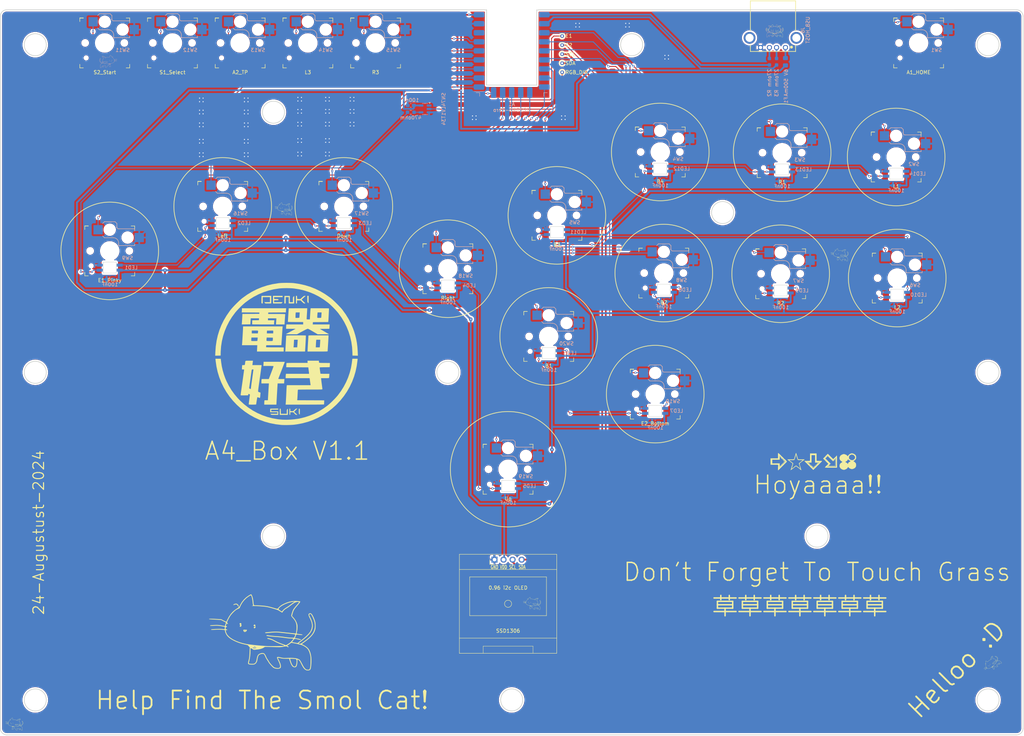
<source format=kicad_pcb>
(kicad_pcb (version 20240108) (generator "pcbnew") (generator_version "8.0")
  (layers (0 "F.Cu" signal) (31 "B.Cu" signal) (34 "B.Paste" user) (35 "F.Paste" user) (36 "B.SilkS" user "B.Silkscreen") (37 "F.SilkS" user "F.Silkscreen") (38 "B.Mask" user) (39 "F.Mask" user) (44 "Edge.Cuts" user))
  (net 0 "")
  (net 1 "VCC")
  (net 2 "/USBD-")
  (net 3 "/USBD+")
  (net 4 "GND")
  (net 6 "Net-(Brd1-SCL)")
  (net 7 "Net-(Brd1-SDA)")
  (net 8 "Net-(J6-VBUS)")
  (net 9 "Net-(J1-Pin_1)")
  (net 10 "Net-(J4-Pin_1)")
  (net 11 "Net-(J5-Pin_1)")
  (net 12 "Net-(J6-D+)")
  (net 13 "Net-(J6-PadS1)")
  (net 14 "Net-(J6-D-)")
  (net 15 "Net-(LED1-DOUT)")
  (net 16 "/DIN_1")
  (net 17 "Net-(LED2-DOUT)")
  (net 18 "Net-(LED3-DOUT)")
  (net 19 "Net-(LED4-DOUT)")
  (net 20 "Net-(LED5-DOUT)")
  (net 21 "Net-(LED6-DOUT)")
  (net 22 "Net-(LED7-DOUT)")
  (net 23 "Net-(LED8-DOUT)")
  (net 24 "Net-(LED10-DOUT)")
  (net 25 "Net-(LED11-DOUT)")
  (net 26 "Net-(LED12-DOUT)")
  (net 27 "Net-(LED13-DOUT)")
  (net 30 "/A2")
  (net 31 "/B4")
  (net 32 "/S1")
  (net 33 "/R1")
  (net 34 "/DOWN")
  (net 35 "/RIGHT")
  (net 36 "/B1")
  (net 37 "/B2")
  (net 38 "/L3")
  (net 39 "/R2")
  (net 40 "/UP")
  (net 41 "/LEFT")
  (net 42 "/R3")
  (net 43 "/L1")
  (net 44 "/L2")
  (net 45 "/S2")
  (net 46 "/B3")
  (net 47 "/A1")
  (net 48 "Net-(LED10-DIN)")
  (net 49 "Net-(U1-Y)")
  (footprint "keyswitches:Kailh_socket_PG1350_V1+2" (layer "F.Cu") (at -57.2 -92.5 180)
    (property "Reference" "SW14")
    (property "Value" "L3")
  )
  (footprint "Logo:smolcat" (layer "F.Cu") (at -64 -45.9)
    (property "Reference" "G***" (hide yes))
    (property "Value" "LOGO" (hide yes))
  )
  (footprint "keyswitches:Kailh_socket_PG1350_V1+2" (layer "F.Cu") (at -112.8 -34.1 180)
    (property "Reference" "SW9")
    (property "Value" "E1_Pinky")
  )
  (footprint "keyswitches:Kailh_socket_PG1350_V1+2" (layer "F.Cu") (at 108.196 -26.474 180)
    (property "Reference" "SW6")
    (property "Value" "L2")
  )
  (footprint "keyswitches:Kailh_socket_PG1350_V1+2" (layer "F.Cu") (at -81.1 -46.6 180)
    (property "Reference" "SW16")
    (property "Value" "Left")
  )
  (footprint "Logo:PEWGF30" (layer "F.Cu") (at 85 26)
    (property "Reference" "G***" (hide yes))
    (property "Value" "LOGO" (hide yes))
  )
  (footprint "keyswitches:Kailh_socket_PG1350_V1+2" (layer "F.Cu") (at -1.016 27.216 180)
    (property "Reference" "SW19")
    (property "Value" "Up")
  )
  (footprint "TestPoint:TestPoint_THTPad_D1.0mm_Drill0.5mm" (layer "F.Cu") (at 14.16 -84.27 180)
    (property "Reference" "J1" (hide yes))
    (property "Value" "RGB_DIN")
  )
  (footprint "TestPoint:TestPoint_THTPad_D1.0mm_Drill0.5mm" (layer "F.Cu") (at 14.16 -91.89 180)
    (property "Reference" "J5" (hide yes))
    (property "Value" "E2")
  )
  (footprint "keyswitches:Kailh_socket_PG1350_V1+2" (layer "F.Cu") (at 10.389 -10.082 180)
    (property "Reference" "SW20")
    (property "Value" "B1")
  )
  (footprint "keyswitches:Kailh_socket_PG1350_V1+2" (layer "F.Cu") (at 40.279 6.122 180)
    (property "Reference" "SW10")
    (property "Value" "E2_Bottom")
  )
  (footprint "keyswitches:Kailh_socket_PG1350_V1+2" (layer "F.Cu") (at 75.491 -27.674 180)
    (property "Reference" "SW7")
    (property "Value" "R2")
  )
  (footprint "TestPoint:TestPoint_THTPad_D1.0mm_Drill0.5mm" (layer "F.Cu") (at 14.16 -86.81 180)
    (property "Reference" "J3" (hide yes))
    (property "Value" "SDA")
  )
  (footprint "Logo:smolcat" (layer "F.Cu") (at 92 -33)
    (property "Reference" "G***" (hide yes))
    (property "Value" "LOGO" (hide yes))
  )
  (footprint "Logo:smolcat" (layer "F.Cu") (at 5.7 64.9)
    (property "Reference" "G***" (hide yes))
    (property "Value" "LOGO" (hide yes))
  )
  (footprint "Logo:BigCat" (layer "F.Cu") (at -70 73)
    (property "Reference" "G***" (hide yes))
    (property "Value" "LOGO" (hide yes))
  )
  (footprint "61400416021:61400416021" (layer "F.Cu") (at 73.33 -97.21 180)
    (property "Reference" "J6")
    (property "Value" "USB_HOST")
    (property "VALUE" "61400416021" (hide yes))
  )
  (footprint "TestPoint:TestPoint_THTPad_D1.0mm_Drill0.5mm" (layer "F.Cu") (at 14.16 -94.43 180)
    (property "Reference" "J4" (hide yes))
    (property "Value" "E1")
  )
  (footprint "Logo:DSCircleLogo5cm" (layer "F.Cu") (at -63 -4)
    (property "Reference" "G***" (hide yes))
    (property "Value" "LOGO" (hide yes))
  )
  (footprint "Logo:smolcat" (layer "F.Cu") (at -139.6 98.8)
    (property "Reference" "G***" (hide yes))
    (property "Value" "LOGO" (hide yes))
  )
  (footprint "keyswitches:Kailh_socket_PG1350_V1+2" (layer "F.Cu") (at -76.2 -92.5 180)
    (property "Reference" "SW13")
    (property "Value" "A2_TP")
  )
  (footprint "keyswitches:Kailh_socket_PG1350_V1+2" (layer "F.Cu") (at 12.694 -44.082 180)
    (property "Reference" "SW5")
    (property "Value" "B3")
  )
  (footprint "keyswitches:Kailh_socket_PG1350_V1+2" (layer "F.Cu") (at 114.2 -92.5 180)
    (property "Reference" "SW1")
    (property "Value" "A1_HOME")
  )
  (footprint "keyswitches:Kailh_socket_PG1350_V1+2" (layer "F.Cu") (at -47.1 -46.6 180)
    (property "Reference" "SW17")
    (property "Value" "Down")
  )
  (footprint "keyswitches:Kailh_socket_PG1350_V1+2" (layer "F.Cu") (at 41.696 -61.878 180)
    (property "Reference" "SW4")
    (property "Value" "B4")
  )
  (footprint "keyswitches:Kailh_socket_PG1350_V1+2" (layer "F.Cu") (at -38.2 -92.5 180)
    (property "Reference" "SW15")
    (property "Value" "R3")
  )
  (footprint "keyswitches:Kailh_socket_PG1350_V1+2" (layer "F.Cu") (at -95.2 -92.5 180)
    (property "Reference" "SW12")
    (property "Value" "S1_Select")
  )
  (footprint "keyswitches:Kailh_socket_PG1350_V1+2" (layer "F.Cu") (at 75.896 -61.674 180)
    (property "Reference" "SW3")
    (property "Value" "R1")
  )
  (footprint "DenkiSukiModified:Display_128x64_096_I2C_Modified" (layer "F.Cu") (at -1.016 51.1)
    (property "Reference" "Brd1" (hide yes))
    (property "Value" "SSD1306")
  )
  (footprint "Logo:smolcat" (layer "F.Cu") (at 73.8 -95.9)
    (property "Reference" "G***" (hide yes))
    (property "Value" "LOGO" (hide yes))
  )
  (footprint "keyswitches:Kailh_socket_PG1350_V1+2" (layer "F.Cu") (at 42.691 -27.878 180)
    (property "Reference" "SW8")
    (property "Value" "B2")
  )
  (footprint "RP2040-Zero:RP2040-Zero_BottomCu" (layer "F.Cu") (at 0 -90.28)
    (property "Reference" "A1")
    (property "Value" "RP2040-Zero")
  )
  (footprint "keyswitches:Kailh_socket_PG1350_V1+2" (layer "F.Cu") (at -17.908 -29.086 180)
    (property "Reference" "SW18")
    (property "Value" "Right")
  )
  (footprint "TestPoint:TestPoint_THTPad_D1.0mm_Drill0.5mm" (layer "F.Cu") (at 14.16 -89.35 180)
    (property "Reference" "J2" (hide yes))
    (property "Value" "SCL")
  )
  (footprint "keyswitches:Kailh_socket_PG1350_V1+2" (layer "F.Cu") (at 107.896 -60.474 180)
    (property "Reference" "SW2")
    (property "Value" "L1")
  )
  (footprint "Logo:smolcat" (layer "F.Cu") (at 134.690717 81.931008 45)
    (property "Reference" "G***" (hide yes))
    (property "Value" "LOGO" (hide yes))
  )
  (footprint "keyswitches:Kailh_socket_PG1350_V1+2" (layer "F.Cu") (at -114.2 -92.5 180)
    (property "Reference" "SW11")
    (property "Value" "S2_Start")
  )
  (footprint "kbd:YS-SK6812MINI-E" (layer "B.Cu") (at -47.1 -41.9)
    (property "Reference" "LED3")
    (property "Value" "RGB3" (hide yes))
    (fp_line (start -1.8 -1.55) (end -1.8 1.55) (stroke (width 0.1)) (layer "Edge.Cuts"))
    (fp_line (start -1.8 1.55) (end 1.8 1.55) (stroke (width 0.1)) (layer "Edge.Cuts"))
    (fp_line (start 1.8 -1.55) (end -1.8 -1.55) (stroke (width 0.1)) (layer "Edge.Cuts"))
    (fp_line (start 1.8 1.55) (end 1.8 -1.55) (stroke (width 0.1)) (layer "Edge.Cuts"))
  )
  (footprint "Capacitor_SMD:C_0603_1608Metric_Pad1.08x0.95mm_HandSolder" (layer "B.Cu") (at 42.691 -19.878 180)
    (property "Reference" "C8" (hide yes))
    (property "Value" "100nF")
  )
  (footprint "kbd:YS-SK6812MINI-E" (layer "B.Cu") (at 10.389 -5.382)
    (property "Reference" "LED6")
    (property "Value" "RGB6" (hide yes))
    (fp_line (start -1.8 -1.55) (end -1.8 1.55) (stroke (width 0.1)) (layer "Edge.Cuts"))
    (fp_line (start -1.8 1.55) (end 1.8 1.55) (stroke (width 0.1)) (layer "Edge.Cuts"))
    (fp_line (start 1.8 -1.55) (end -1.8 -1.55) (stroke (width 0.1)) (layer "Edge.Cuts"))
    (fp_line (start 1.8 1.55) (end 1.8 -1.55) (stroke (width 0.1)) (layer "Edge.Cuts"))
  )
  (footprint "Capacitor_SMD:C_0603_1608Metric_Pad1.08x0.95mm_HandSolder" (layer "B.Cu") (at 41.696 -53.878 180)
    (property "Reference" "C12" (hide yes))
    (property "Value" "100nF")
  )
  (footprint "kbd:YS-SK6812MINI-E" (layer "B.Cu") (at 41.696 -57.178)
    (property "Reference" "LED12")
    (property "Value" "RGB12" (hide yes))
    (fp_line (start -1.8 -1.55) (end -1.8 1.55) (stroke (width 0.1)) (layer "Edge.Cuts"))
    (fp_line (start -1.8 1.55) (end 1.8 1.55) (stroke (width 0.1)) (layer "Edge.Cuts"))
    (fp_line (start 1.8 -1.55) (end -1.8 -1.55) (stroke (width 0.1)) (layer "Edge.Cuts"))
    (fp_line (start 1.8 1.55) (end 1.8 -1.55) (stroke (width 0.1)) (layer "Edge.Cuts"))
  )
  (footprint "kbd:YS-SK6812MINI-E" (layer "B.Cu") (at -81.1 -41.9)
    (property "Reference" "LED2")
    (property "Value" "RGB2" (hide yes))
    (fp_line (start -1.8 -1.55) (end -1.8 1.55) (stroke (width 0.1)) (layer "Edge.Cuts"))
    (fp_line (start -1.8 1.55) (end 1.8 1.55) (stroke (width 0.1)) (layer "Edge.Cuts"))
    (fp_line (start 1.8 -1.55) (end -1.8 -1.55) (stroke (width 0.1)) (layer "Edge.Cuts"))
    (fp_line (start 1.8 1.55) (end 1.8 -1.55) (stroke (width 0.1)) (layer "Edge.Cuts"))
  )
  (footprint "Logo:smolcat" (layer "B.Cu") (at -113.2 -87.3 180)
    (property "Reference" "G***" (hide yes))
    (property "Value" "LOGO" (hide yes))
  )
  (footprint "Resistor_SMD:R_0603_1608Metric_Pad0.98x0.95mm_HandSolder" (layer "B.Cu") (at 72.33 -87.22 -90)
    (property "Reference" "R2")
    (property "Value" "27ohm")
  )
  (footprint "kbd:YS-SK6812MINI-E" (layer "B.Cu") (at -1.016 31.916)
    (property "Reference" "LED5")
    (property "Value" "RGB5" (hide yes))
    (fp_line (start -1.8 -1.55) (end -1.8 1.55) (stroke (width 0.1)) (layer "Edge.Cuts"))
    (fp_line (start -1.8 1.55) (end 1.8 1.55) (stroke (width 0.1)) (layer "Edge.Cuts"))
    (fp_line (start 1.8 -1.55) (end -1.8 -1.55) (stroke (width 0.1)) (layer "Edge.Cuts"))
    (fp_line (start 1.8 1.55) (end 1.8 -1.55) (stroke (width 0.1)) (layer "Edge.Cuts"))
  )
  (footprint "Capacitor_SMD:C_0603_1608Metric_Pad1.08x0.95mm_HandSolder" (layer "B.Cu") (at 108.196 -18.474 180)
    (property "Reference" "C10" (hide yes))
    (property "Value" "100nF")
  )
  (footprint "kbd:YS-SK6812MINI-E" (layer "B.Cu") (at 75.896 -56.974)
    (property "Reference" "LED13")
    (property "Value" "RGB13" (hide yes))
    (fp_line (start -1.8 -1.55) (end -1.8 1.55) (stroke (width 0.1)) (layer "Edge.Cuts"))
    (fp_line (start -1.8 1.55) (end 1.8 1.55) (stroke (width 0.1)) (layer "Edge.Cuts"))
    (fp_line (start 1.8 -1.55) (end -1.8 -1.55) (stroke (width 0.1)) (layer "Edge.Cuts"))
    (fp_line (start 1.8 1.55) (end 1.8 -1.55) (stroke (width 0.1)) (layer "Edge.Cuts"))
  )
  (footprint "kbd:YS-SK6812MINI-E" (layer "B.Cu") (at -112.8 -29.4)
    (property "Reference" "LED1")
    (property "Value" "RGB1" (hide yes))
    (fp_line (start -1.8 -1.55) (end -1.8 1.55) (stroke (width 0.1)) (layer "Edge.Cuts"))
    (fp_line (start -1.8 1.55) (end 1.8 1.55) (stroke (width 0.1)) (layer "Edge.Cuts"))
    (fp_line (start 1.8 -1.55) (end -1.8 -1.55) (stroke (width 0.1)) (layer "Edge.Cuts"))
    (fp_line (start 1.8 1.55) (end 1.8 -1.55) (stroke (width 0.1)) (layer "Edge.Cuts"))
  )
  (footprint "Resistor_SMD:R_0603_1608Metric_Pad0.98x0.95mm_HandSolder" (layer "B.Cu") (at -28.32 -73.04 180)
    (property "Reference" "R1" (hide yes))
    (property "Value" "470ohm")
  )
  (footprint "kbd:YS-SK6812MINI-E" (layer "B.Cu") (at 108.196 -21.774)
    (property "Reference" "LED10")
    (property "Value" "RGB10" (hide yes))
    (fp_line (start -1.8 -1.55) (end -1.8 1.55) (stroke (width 0.1)) (layer "Edge.Cuts"))
    (fp_line (start -1.8 1.55) (end 1.8 1.55) (stroke (width 0.1)) (layer "Edge.Cuts"))
    (fp_line (start 1.8 -1.55) (end -1.8 -1.55) (stroke (width 0.1)) (layer "Edge.Cuts"))
    (fp_line (start 1.8 1.55) (end 1.8 -1.55) (stroke (width 0.1)) (layer "Edge.Cuts"))
  )
  (footprint "Package_TO_SOT_SMD:SOT-23-5" (layer "B.Cu") (at -24.32 -73.9625 180)
    (property "Reference" "U1" (hide yes))
    (property "Value" "SN74LV1T34")
  )
  (footprint "Capacitor_SMD:C_0603_1608Metric_Pad1.08x0.95mm_HandSolder" (layer "B.Cu") (at -47.1 -38.6 180)
    (property "Reference" "C3" (hide yes))
    (property "Value" "100nF")
  )
  (footprint "Capacitor_SMD:C_0603_1608Metric_Pad1.08x0.95mm_HandSolder" (layer "B.Cu") (at -28.32 -74.94 180)
    (property "Reference" "C15" (hide yes))
    (property "Value" "100nF")
  )
  (footprint "Capacitor_SMD:C_0603_1608Metric_Pad1.08x0.95mm_HandSolder" (layer "B.Cu") (at -81.1 -38.6 180)
    (property "Reference" "C2" (hide yes))
    (property "Value" "100nF")
  )
  (footprint "Fuse:Fuse_0805_2012Metric_Pad1.15x1.40mm_HandSolder" (layer "B.Cu") (at 76.83 -87.22 -90)
    (property "Reference" "F1")
    (property "Value" "6V 500mA")
  )
  (footprint "kbd:YS-SK6812MINI-E" (layer "B.Cu") (at 75.491 -22.974)
    (property "Reference" "LED9")
    (property "Value" "RGB9" (hide yes))
    (fp_line (start -1.8 -1.55) (end -1.8 1.55) (stroke (width 0.1)) (layer "Edge.Cuts"))
    (fp_line (start -1.8 1.55) (end 1.8 1.55) (stroke (width 0.1)) (layer "Edge.Cuts"))
    (fp_line (start 1.8 -1.55) (end -1.8 -1.55) (stroke (width 0.1)) (layer "Edge.Cuts"))
    (fp_line (start 1.8 1.55) (end 1.8 -1.55) (stroke (width 0.1)) (layer "Edge.Cuts"))
  )
  (footprint "Capacitor_SMD:C_0603_1608Metric_Pad1.08x0.95mm_HandSolder" (layer "B.Cu") (at 12.694 -36.082 180)
    (property "Reference" "C11" (hide yes))
    (property "Value" "100nF")
  )
  (footprint "Capacitor_SMD:C_0603_1608Metric_Pad1.08x0.95mm_HandSolder" (layer "B.Cu") (at -112.8 -26.1 180)
    (property "Reference" "C1" (hide yes))
    (property "Value" "100nF")
  )
  (footprint "kbd:YS-SK6812MINI-E" (layer "B.Cu") (at 42.691 -23.178)
    (property "Reference" "LED8")
    (property "Value" "RGB8" (hide yes))
    (fp_line (start -1.8 -1.55) (end -1.8 1.55) (stroke (width 0.1)) (layer "Edge.Cuts"))
    (fp_line (start -1.8 1.55) (end 1.8 1.55) (stroke (width 0.1)) (layer "Edge.Cuts"))
    (fp_line (start 1.8 -1.55) (end -1.8 -1.55) (stroke (width 0.1)) (layer "Edge.Cuts"))
    (fp_line (start 1.8 1.55) (end 1.8 -1.55) (stroke (width 0.1)) (layer "Edge.Cuts"))
  )
  (footprint "Resistor_SMD:R_0603_1608Metric_Pad0.98x0.95mm_HandSolder" (layer "B.Cu") (at 74.33 -87.22 -90)
    (property "Reference" "R3")
    (property "Value" "27ohm")
  )
  (footprint "Capacitor_SMD:C_0603_1608Metric_Pad1.08x0.95mm_HandSolder" (layer "B.Cu") (at 75.491 -19.674 180)
    (property "Reference" "C9" (hide yes))
    (property "Value" "100nF")
  )
  (footprint "kbd:YS-SK6812MINI-E" (layer "B.Cu") (at 107.896 -55.774)
    (property "Reference" "LED14")
    (property "Value" "RGB14" (hide yes))
    (fp_line (start -1.8 -1.55) (end -1.8 1.55) (stroke (width 0.1)) (layer "Edge.Cuts"))
    (fp_line (start -1.8 1.55) (end 1.8 1.55) (stroke (width 0.1)) (layer "Edge.Cuts"))
    (fp_line (start 1.8 -1.55) (end -1.8 -1.55) (stroke (width 0.1)) (layer "Edge.Cuts"))
    (fp_line (start 1.8 1.55) (end 1.8 -1.55) (stroke (width 0.1)) (layer "Edge.Cuts"))
  )
  (footprint "kbd:YS-SK6812MINI-E" (layer "B.Cu") (at -17.908 -24.386)
    (property "Reference" "LED4")
    (property "Value" "RGB4" (hide yes))
    (fp_line (start -1.8 -1.55) (end -1.8 1.55) (stroke (width 0.1)) (layer "Edge.Cuts"))
    (fp_line (start -1.8 1.55) (end 1.8 1.55) (stroke (width 0.1)) (layer "Edge.Cuts"))
    (fp_line (start 1.8 -1.55) (end -1.8 -1.55) (stroke (width 0.1)) (layer "Edge.Cuts"))
    (fp_line (start 1.8 1.55) (end 1.8 -1.55) (stroke (width 0.1)) (layer "Edge.Cuts"))
  )
  (footprint "Capacitor_SMD:C_0603_1608Metric_Pad1.08x0.95mm_HandSolder" (layer "B.Cu") (at 107.896 -52.474 180)
    (property "Reference" "C14" (hide yes))
    (property "Value" "100nF")
  )
  (footprint "kbd:YS-SK6812MINI-E" (layer "B.Cu") (at 12.694 -39.382)
    (property "Reference" "LED11")
    (property "Value" "RGB11" (hide yes))
    (fp_line (start -1.8 -1.55) (end -1.8 1.55) (stroke (width 0.1)) (layer "Edge.Cuts"))
    (fp_line (start -1.8 1.55) (end 1.8 1.55) (stroke (width 0.1)) (layer "Edge.Cuts"))
    (fp_line (start 1.8 -1.55) (end -1.8 -1.55) (stroke (width 0.1)) (layer "Edge.Cuts"))
    (fp_line (start 1.8 1.55) (end 1.8 -1.55) (stroke (width 0.1)) (layer "Edge.Cuts"))
  )
  (footprint "Capacitor_SMD:C_0603_1608Metric_Pad1.08x0.95mm_HandSolder" (layer "B.Cu") (at -1.016 35.216 180)
    (property "Reference" "C5" (hide yes))
    (property "Value" "100nF")
  )
  (footprint "Capacitor_SMD:C_0603_1608Metric_Pad1.08x0.95mm_HandSolder" (layer "B.Cu") (at -17.908 -21.086 180)
    (property "Reference" "C4" (hide yes))
    (property "Value" "100nF")
  )
  (footprint "Capacitor_SMD:C_0603_1608Metric_Pad1.08x0.95mm_HandSolder" (layer "B.Cu") (at 75.896 -53.674 180)
    (property "Reference" "C13" (hide yes))
    (property "Value" "100nF")
  )
  (footprint "Logo:smolcat" (layer "B.Cu") (at 73.8 -95.9 180)
    (property "Reference" "G***" (hide yes))
    (property "Value" "LOGO" (hide yes))
  )
  (footprint "Capacitor_SMD:C_0603_1608Metric_Pad1.08x0.95mm_HandSolder" (layer "B.Cu") (at 10.389 -2.082 180)
    (property "Reference" "C6" (hide yes))
    (property "Value" "100nF")
  )
  (footprint "kbd:YS-SK6812MINI-E" (layer "B.Cu") (at 40.279 10.822)
    (property "Reference" "LED7")
    (property "Value" "RGB7" (hide yes))
    (fp_line (start -1.8 -1.55) (end -1.8 1.55) (stroke (width 0.1)) (layer "Edge.Cuts"))
    (fp_line (start -1.8 1.55) (end 1.8 1.55) (stroke (width 0.1)) (layer "Edge.Cuts"))
    (fp_line (start 1.8 -1.55) (end -1.8 -1.55) (stroke (width 0.1)) (layer "Edge.Cuts"))
    (fp_line (start 1.8 1.55) (end 1.8 -1.55) (stroke (width 0.1)) (layer "Edge.Cuts"))
  )
  (footprint "Capacitor_SMD:C_0603_1608Metric_Pad1.08x0.95mm_HandSolder" (layer "B.Cu") (at 40.279 14.122 180)
    (property "Reference" "C7" (hide yes))
    (property "Value" "100nF")
  )
  (gr_circle (center -47.1 -46.6) (end -33.4 -46.6) (stroke (width 0.2)) (fill none) (layer "F.SilkS"))
  (gr_circle (center 40.279524 6.121527) (end 53.979524 6.121527) (stroke (width 0.2)) (fill none) (layer "F.SilkS"))
  (gr_circle (center 75.896072 -61.673787) (end 89.596072 -61.673787) (stroke (width 0.2)) (fill none) (layer "F.SilkS"))
  (gr_circle (center 12.69373 -44.082144) (end 26.39373 -44.082144) (stroke (width 0.2)) (fill none) (layer "F.SilkS"))
  (gr_circle (center -1.015757 27.216032) (end 15.184243 27.216032) (stroke (width 0.2)) (fill none) (layer "F.SilkS"))
  (gr_circle (center 42.691574 -27.878152) (end 56.391574 -27.878152) (stroke (width 0.2)) (fill none) (layer "F.SilkS"))
  (gr_circle (center 41.696098 -61.878285) (end 55.396098 -61.878285) (stroke (width 0.2)) (fill none) (layer "F.SilkS"))
  (gr_circle (center 10.389206 -10.08245) (end 24.089206 -10.08245) (stroke (width 0.2)) (fill none) (layer "F.SilkS"))
  (gr_circle (center -17.908265 -29.086216) (end -4.208265 -29.086216) (stroke (width 0.2)) (fill none) (layer "F.SilkS"))
  (gr_circle (center -81.1 -46.6) (end -67.4 -46.6) (stroke (width 0.2)) (fill none) (layer "F.SilkS"))
  (gr_circle (center 108.196072 -26.473787) (end 121.896072 -26.473787) (stroke (width 0.2)) (fill none) (layer "F.SilkS"))
  (gr_circle (center 75.491547 -27.673788) (end 89.191547 -27.673788) (stroke (width 0.2)) (fill none) (layer "F.SilkS"))
  (gr_circle (center -112.8 -34.1) (end -99.1 -34.1) (stroke (width 0.2)) (fill none) (layer "F.SilkS"))
  (gr_circle (center 107.896072 -60.473787) (end 121.596072 -60.473787) (stroke (width 0.2)) (fill none) (layer "F.SilkS"))
  (gr_line (start 7.04 -80.645) (end 7.04 -101.79) (stroke (width 0.2)) (layer "Edge.Cuts"))
  (gr_arc (start -141.699999 101.8) (mid -142.972792 101.272792) (end -143.5 99.999999) (stroke (width 0.2)) (layer "Edge.Cuts"))
  (gr_arc (start 141.7 -101.8) (mid 142.972792 -101.272792) (end 143.5 -100) (stroke (width 0.2)) (layer "Edge.Cuts"))
  (gr_circle (center 85.7 46) (end 88.8 46) (stroke (width 0.2)) (fill none) (layer "Edge.Cuts"))
  (gr_circle (center -133.7 0) (end -130.6 0) (stroke (width 0.2)) (fill none) (layer "Edge.Cuts"))
  (gr_line (start 141.7 -101.8) (end 7.04 -101.79) (stroke (width 0.2)) (layer "Edge.Cuts"))
  (gr_line (start 143.5 100) (end 143.5 -100) (stroke (width 0.2)) (layer "Edge.Cuts"))
  (gr_line (start -7.04 -80.655) (end -7.04 -101.8) (stroke (width 0.2)) (layer "Edge.Cuts"))
  (gr_line (start -7.04 -101.8) (end -141.699999 -101.8) (stroke (width 0.2)) (layer "Edge.Cuts"))
  (gr_circle (center 33.675 -92) (end 36.775 -92) (stroke (width 0.2)) (fill none) (layer "Edge.Cuts"))
  (gr_circle (center -66.85 46) (end -63.75 46) (stroke (width 0.2)) (fill none) (layer "Edge.Cuts"))
  (gr_circle (center -133.7 92) (end -130.6 92) (stroke (width 0.2)) (fill none) (layer "Edge.Cuts"))
  (gr_arc (start -143.5 -99.999999) (mid -142.972792 -101.272792) (end -141.699999 -101.8) (stroke (width 0.2)) (layer "Edge.Cuts"))
  (gr_circle (center -133.7 -92) (end -130.6 -92) (stroke (width 0.2)) (fill none) (layer "Edge.Cuts"))
  (gr_circle (center -17.908265 0) (end -14.808265 0) (stroke (width 0.2)) (fill none) (layer "Edge.Cuts"))
  (gr_circle (center 0 92) (end 3.1 92) (stroke (width 0.2)) (fill none) (layer "Edge.Cuts"))
  (gr_circle (center 133.7 0) (end 136.8 0) (stroke (width 0.2)) (fill none) (layer "Edge.Cuts"))
  (gr_circle (center 133.7 -92) (end 136.8 -92) (stroke (width 0.2)) (fill none) (layer "Edge.Cuts"))
  (gr_circle (center -66.85 -73.05) (end -63.75 -73.05) (stroke (width 0.2)) (fill none) (layer "Edge.Cuts"))
  (gr_line (start -7.04 -80.655) (end 7.04 -80.645) (stroke (width 0.2)) (layer "Edge.Cuts"))
  (gr_circle (center 133.7 92) (end 136.8 92) (stroke (width 0.2)) (fill none) (layer "Edge.Cuts"))
  (gr_line (start -143.5 -99.999999) (end -143.5 99.999999) (stroke (width 0.2)) (layer "Edge.Cuts"))
  (gr_line (start -141.699999 101.8) (end 141.7 101.8) (stroke (width 0.2)) (layer "Edge.Cuts"))
  (gr_arc (start 143.5 100) (mid 142.972792 101.272792) (end 141.7 101.8) (stroke (width 0.2)) (layer "Edge.Cuts"))
  (gr_circle (center 59.192692 -44.870114) (end 62.292692 -44.870114) (stroke (width 0.2)) (fill none) (layer "Edge.Cuts"))
  (gr_text "24-Augustust-2024" (at -131 45 90) (layer "F.SilkS") (effects (font (size 3 3) (thickness 0.3)) (justify bottom)))
  (gr_text "草" (at 102 69 0) (layer "F.SilkS") (effects (font (size 5 5) (thickness 0.4)) (justify bottom)))
  (gr_text "草" (at 88 69 0) (layer "F.SilkS") (effects (font (size 5 5) (thickness 0.4)) (justify bottom)))
  (gr_text "草" (at 74 69 0) (layer "F.SilkS") (effects (font (size 5 5) (thickness 0.4)) (justify bottom)))
  (gr_text "草" (at 95 69 0) (layer "F.SilkS") (effects (font (size 5 5) (thickness 0.4)) (justify bottom)))
  (gr_text "Hoyaaaa!!" (at 86 34.5 0) (layer "F.SilkS") (effects (font (size 5 5) (thickness 0.4)) (justify bottom)))
  (gr_text "Helloo :D" (at 127 85.5 45) (layer "F.SilkS") (effects (font (size 5 5) (thickness 0.5)) (justify bottom)))
  (gr_text "Help Find The Smol Cat!" (at -70 95 0) (layer "F.SilkS") (effects (font (size 5 5) (thickness 0.5)) (justify bottom)))
  (gr_text "草" (at 81 69 0) (layer "F.SilkS") (effects (font (size 5 5) (thickness 0.4)) (justify bottom)))
  (gr_text "A4_Box V1.1" (at -63 25 0) (layer "F.SilkS") (effects (font (size 5 5) (thickness 0.4)) (justify bottom)))
  (gr_text "Don't Forget To Touch Grass" (at 31 59 0) (layer "F.SilkS") (effects (font (size 5 5) (thickness 0.4)) (justify left bottom)))
  (gr_text "草" (at 67 69 0) (layer "F.SilkS") (effects (font (size 5 5) (thickness 0.4)) (justify bottom)))
  (gr_text "草" (at 60 69 0) (layer "F.SilkS") (effects (font (size 5 5) (thickness 0.4)) (justify bottom)))
  (segment (start -22.8 -79.2) (end -14.2 -79.2) (width 0.5) (layer "F.Cu") (net 1))
  (segment (start -23.05 -17.5) (end -14.1 -17.5) (width 0.5) (layer "F.Cu") (net 1))
  (segment (start -63.4 -37.8) (end -63.4 -34.3) (width 0.5) (layer "F.Cu") (net 1))
  (segment (start 11.3 36.2) (end 11.3 21.7) (width 0.5) (layer "F.Cu") (net 1))
  (segment (start -12 -100.4) (end -14.2 -100.4) (width 0.5) (layer "F.Cu") (net 1))
  (segment (start -14.2 -100.4) (end -14.2 -79.2) (width 0.5) (layer "F.Cu") (net 1))
  (segment (start 10.6 36.9) (end 11.3 36.2) (width 0.5) (layer "F.Cu") (net 1))
  (segment (start -97.3 -28.65) (end -97.3 -23.1) (width 0.5) (layer "F.Cu") (net 1))
  (segment (start -14.1 -17.5) (end -11.5 -14.9) (width 0.5) (layer "F.Cu") (net 1))
  (via (at -63.4 -34.3) (size 1) (drill 0.3) (layers "F.Cu" "B.Cu") (net 1))
  (via (at 11.3 21.7) (size 1) (drill 0.3) (layers "F.Cu" "B.Cu") (net 1))
  (via (at -12 -100.4) (size 0.6) (drill 0.3) (layers "F.Cu" "B.Cu") (net 1))
  (via (at -63.4 -37.8) (size 1) (drill 0.3) (layers "F.Cu" "B.Cu") (net 1))
  (via (at -97.3 -23.1) (size 1) (drill 0.3) (layers "F.Cu" "B.Cu") (net 1))
  (via (at -22.8 -79.2) (size 0.6) (drill 0.3) (layers "F.Cu" "B.Cu") (net 1))
  (via (at -11.5 -14.9) (size 1) (drill 0.3) (layers "F.Cu" "B.Cu") (net 1))
  (via (at -97.3 -28.65) (size 1) (drill 0.3) (layers "F.Cu" "B.Cu") (net 1))
  (via (at -14.2 -79.2) (size 0.6) (drill 0.3) (layers "F.Cu" "B.Cu") (net 1))
  (via (at 10.6 36.9) (size 1) (drill 0.3) (layers "F.Cu" "B.Cu") (net 1))
  (via (at -23.05 -17.5) (size 1) (drill 0.3) (layers "F.Cu" "B.Cu") (net 1))
  (segment (start 43.3 -16.6) (end 22.4 -16.6) (width 0.5) (layer "B.Cu") (net 1))
  (segment (start -27.6675 -74) (end -27.4575 -74.21) (width 0.5) (layer "B.Cu") (net 1))
  (segment (start -80.2 -37.5) (end -46.8325 -37.5) (width 0.5) (layer "B.Cu") (net 1))
  (segment (start -44.55 -39.4) (end -44.55 -41.15) (width 0.5) (layer "B.Cu") (net 1))
  (segment (start 76.7585 -53.674) (end 76.7585 -50.9) (width 0.5) (layer "B.Cu") (net 1))
  (segment (start 22.7 -16.3) (end 22.4 -16.6) (width 0.5) (layer "B.Cu") (net 1))
  (segment (start 11.3 15.3) (end 11.3 -2.1) (width 0.5) (layer "B.Cu") (net 1))
  (segment (start -2.286 52.6) (end -2.1 52.414) (width 0.5) (layer "B.Cu") (net 1))
  (segment (start 43.5535 -19.878) (end 45.241 -19.878) (width 0.5) (layer "B.Cu") (net 1))
  (segment (start -16.5 -19.9) (end -28.6325 -19.9) (width 0.5) (layer "B.Cu") (net 1))
  (segment (start -81.522183 -37.5) (end -80.2 -37.5) (width 0.5) (layer "B.Cu") (net 1))
  (segment (start -90.372183 -28.65) (end -81.522183 -37.5) (width 0.5) (layer "B.Cu") (net 1))
  (segment (start 22.7 -4.8) (end 22.7 -16.3) (width 0.5) (layer "B.Cu") (net 1))
  (segment (start -27.4575 -74.94) (end -25.485 -74.94) (width 0.5) (layer "B.Cu") (net 1))
  (segment (start -122 -25.2) (end -122 -47.7) (width 0.5) (layer "B.Cu") (net 1))
  (segment (start 15.244 -36.1) (end 15.244 -38.632) (width 0.5) (layer "B.Cu") (net 1))
  (segment (start 43.5535 -19.878) (end 43.5535 -16.6) (width 0.5) (layer "B.Cu") (net 1))
  (segment (start 26.5275 -38.632) (end 15.244 -38.632) (width 0.5) (layer "B.Cu") (net 1))
  (segment (start 78.291 -22.274) (end 78.291 -19.791) (width 0.5) (layer "B.Cu") (net 1))
  (segment (start -0.1535 36.8465) (end -0.1535 35.2) (width 0.5) (layer "B.Cu") (net 1))
  (segment (start 42.829 14.122) (end 41.1415 14.122) (width 0.5) (layer "B.Cu") (net 1))
  (segment (start -11.5 34.4) (end -11.5 -14.9) (width 0.5) (layer "B.Cu") (net 1))
  (segment (start 44.496 -56.478) (end 44.5 -56.474) (width 0.5) (layer "B.Cu") (net 1))
  (segment (start -15.358 -21.13) (end -15.402 -21.086) (width 0.5) (layer "B.Cu") (net 1))
  (segment (start 42.829 11.572) (end 42.829 14.122) (width 0.5) (layer "B.Cu") (net 1))
  (segment (start 41.1415 14.122) (end 41.1415 14.9585) (width 0.5) (layer "B.Cu") (net 1))
  (segment (start 78.696 -53.674) (end 76.7585 -53.674) (width 0.5) (layer "B.Cu") (net 1))
  (segment (start -47.4 -34.3) (end -63.4 -34.3) (width 0.5) (layer "B.Cu") (net 1))
  (segment (start 38.7955 -50.9) (end 26.5275 -38.632) (width 0.5) (layer "B.Cu") (net 1))
  (segment (start -97.3 -23.1) (end -90.7 -23.1) (width 0.5) (layer "B.Cu") (net 1))
  (segment (start 78.446 -56.224) (end 78.696 -55.974) (width 0.5) (layer "B.Cu") (net 1))
  (segment (start 41.1415 14.9585) (end 40.8 15.3) (width 0.5) (layer "B.Cu") (net 1))
  (segment (start 76.83 -86.195) (end 75.415 -84.78) (width 0.5) (layer "B.Cu") (net 1))
  (segment (start -9.2 -100.4) (end -9.16 -100.44) (width 0.5) (layer "B.Cu") (net 1))
  (segment (start -90.5 -79.2) (end -22.8 -79.2) (width 0.5) (layer "B.Cu") (net 1))
  (segment (start -46.2375 -39.4) (end -44.55 -39.4) (width 0.5) (layer "B.Cu") (net 1))
  (segment (start -78.55 -38.6) (end -78.55 -41.15) (width 0.5) (layer "B.Cu") (net 1))
  (segment (start 109.0585 -18.474) (end 109.0585 -16.9585) (width 0.5) (layer "B.Cu") (net 1))
  (segment (start 43.4 -50.9) (end 38.7955 -50.9) (width 0.5) (layer "B.Cu") (net 1))
  (segment (start 11.3 -2.1) (end 12.939 -2.1) (width 0.5) (layer "B.Cu") (net 1))
  (segment (start 109.0585 -16.9585) (end 108.7 -16.6) (width 0.5) (layer "B.Cu") (net 1))
  (segment (start 108.7 -16.6) (end 76 -16.6) (width 0.5) (layer "B.Cu") (net 1))
  (segment (start -28.6325 -19.9) (end -46.2325 -37.5) (width 0.5) (layer "B.Cu") (net 1))
  (segment (start -90.7 -23.1) (end -79.5 -34.3) (width 0.5) (layer "B.Cu") (net 1))
  (segment (start -15.358 -23.636) (end -15.358 -21.13) (width 0.5) (layer "B.Cu") (net 1))
  (segment (start -78.55 -37.55) (end -78.55 -38.6) (width 0.5) (layer "B.Cu") (net 1))
  (segment (start 110.8 -54.97) (end 110.696 -55.074) (width 0.5) (layer "B.Cu") (net 1))
  (segment (start -30.6 -17.5) (end -47.4 -34.3) (width 0.5) (layer "B.Cu") (net 1))
  (segment (start -2.1 52.414) (end -2.1 36.9) (width 0.5) (layer "B.Cu") (net 1))
  (segment (start 43.3 -16.6) (end 76 -16.6) (width 0.5) (layer "B.Cu") (net 1))
  (segment (start 45.241 -19.878) (end 45.241 -22.428) (width 0.5) (layer "B.Cu") (net 1))
  (segment (start -16.5 -19.9) (end -11.5 -14.9) (width 0.5) (layer "B.Cu") (net 1))
  (segment (start -17.0455 -21.086) (end -17.0455 -19.9) (width 0.5) (layer "B.Cu") (net 1))
  (segment (start 22.4 -16.6) (end 15.244 -23.756) (width 0.5) (layer "B.Cu") (net 1))
  (segment (start 21.98 -84.78) (end 18.3 -81.1) (width 0.5) (layer "B.Cu") (net 1))
  (segment (start 15.244 -23.756) (end 15.244 -38.632) (width 0.5) (layer "B.Cu") (net 1))
  (segment (start -22.8 -79.2) (end -30.2 -79.2) (width 0.5) (layer "B.Cu") (net 1))
  (segment (start -79.5 -34.3) (end -63.4 -34.3) (width 0.5) (layer "B.Cu") (net 1))
  (segment (start -46.2375 -38.6) (end -46.2375 -37.505) (width 0.5) (layer "B.Cu") (net 1))
  (segment (start 10.6 36.9) (end -9 36.9) (width 0.5) (layer "B.Cu") (net 1))
  (segment (start -97.3 -23.1) (end -119.9 -23.1) (width 0.5) (layer "B.Cu") (net 1))
  (segment (start 15.226 -36.082) (end 15.244 -36.1) (width 0.5) (layer "B.Cu") (net 1))
  (segment (start -80.2375 -38.6) (end -80.2375 -37.5375) (width 0.5) (layer "B.Cu") (net 1))
  (segment (start 75.415 -84.78) (end 21.98 -84.78) (width 0.5) (layer "B.Cu") (net 1))
  (segment (start -12 -100.4) (end -9.2 -100.4) (width 0.5) (layer "B.Cu") (net 1))
  (segment (start 78.696 -55.974) (end 78.696 -53.674) (width 0.5) (layer "B.Cu") (net 1))
  (segment (start 76.3535 -19.674) (end 76.4 -19.6275) (width 0.5) (layer "B.Cu") (net 1))
  (segment (start -30.2 -79.2) (end -30.3 -79.1) (width 0.5) (layer "B.Cu") (net 1))
  (segment (start -80.2375 -38.6) (end -78.55 -38.6) (width 0.5) (layer "B.Cu") (net 1))
  (segment (start 110.746 -21.024) (end 110.746 -18.474) (width 0.5) (layer "B.Cu") (net 1))
  (segment (start -27.4575 -74.21) (end -27.4575 -74.94) (width 0.5) (layer "B.Cu") (net 1))
  (segment (start 13.5565 -36.082) (end 15.226 -36.082) (width 0.5) (layer "B.Cu") (net 1))
  (segment (start 108.7585 -50.9) (end 108.7585 -52.474) (width 0.5) (layer "B.Cu") (net 1))
  (segment (start 1.534 35.2) (end 1.534 32.666) (width 0.5) (layer "B.Cu") (net 1))
  (segment (start 76.4 -19.6275) (end 76.4 -16.6) (width 0.5) (layer "B.Cu") (net 1))
  (segment (start 42.5585 -53.878) (end 42.5585 -50.9) (width 0.5) (layer "B.Cu") (net 1))
  (segment (start 108.7585 -52.474) (end 110.8 -52.474) (width 0.5) (layer "B.Cu") (net 1))
  (segment (start -30.3 -79.1) (end -30.3 -74) (width 0.5) (layer "B.Cu") (net 1))
  (segment (start 78.174 -19.674) (end 76.3535 -19.674) (width 0.5) (layer "B.Cu") (net 1))
  (segment (start -9 36.9) (end -11.5 34.4) (width 0.5) (layer "B.Cu") (net 1))
  (segment (start -110.25 -28.65) (end -90.372183 -28.65) (width 0.5) (layer "B.Cu") (net 1))
  (segment (start -15.402 -21.086) (end -17.0455 -21.086) (width 0.5) (layer "B.Cu") (net 1))
  (segment (start 18.3 -68.4) (end -14.2 -68.4) (width 0.5) (layer "B.Cu") (net 1))
  (segment (start 43.4 -50.9) (end 108.7585 -50.9) (width 0.5) (layer "B.Cu") (net 1))
  (segment (start -23.05 -17.5) (end -30.6 -17.5) (width 0.5) (layer "B.Cu") (net 1))
  (segment (start -25.485 -74.94) (end -25.4575 -74.9125) (width 0.5) (layer "B.Cu") (net 1))
  (segment (start -46.2375 -38.6) (end -46.2375 -39.4) (width 0.5) (layer "B.Cu") (net 1))
  (segment (start 12.939 -2.1) (end 12.939 -4.632) (width 0.5) (layer "B.Cu") (net 1))
  (segment (start -0.1535 35.2) (end 1.534 35.2) (width 0.5) (layer "B.Cu") (net 1))
  (segment (start -80.2375 -37.5375) (end -80.2 -37.5) (width 0.5) (layer "B.Cu") (net 1))
  (segment (start 42.901 11.5) (end 42.829 11.572) (width 0.5) (layer "B.Cu") (net 1))
  (segment (start -46.2375 -37.505) (end -46.2325 -37.5) (width 0.5) (layer "B.Cu") (net 1))
  (segment (start 110.8 -52.474) (end 110.8 -54.97) (width 0.5) (layer "B.Cu") (net 1))
  (segment (start -111.9375 -26.1) (end -110.25 -26.1) (width 0.5) (layer "B.Cu") (net 1))
  (segment (start 40.8 15.3) (end 11.3 15.3) (width 0.5) (layer "B.Cu") (net 1))
  (segment (start 12.939 -4.632) (end 22.532 -4.632) (width 0.5) (layer "B.Cu") (net 1))
  (segment (start -122 -47.7) (end -90.5 -79.2) (width 0.5) (layer "B.Cu") (net 1))
  (segment (start 110.746 -18.474) (end 109.0585 -18.474) (width 0.5) (layer "B.Cu") (net 1))
  (segment (start 22.532 -4.632) (end 22.7 -4.8) (width 0.5) (layer "B.Cu") (net 1))
  (segment (start -110.25 -26.1) (end -110.25 -28.65) (width 0.5) (layer "B.Cu") (net 1))
  (segment (start -14.2 -68.4) (end -14.2 -79.2) (width 0.5) (layer "B.Cu") (net 1))
  (segment (start -78.6 -37.5) (end -78.55 -37.55) (width 0.5) (layer "B.Cu") (net 1))
  (segment (start 44.5 -53.878) (end 42.5585 -53.878) (width 0.5) (layer "B.Cu") (net 1))
  (segment (start 11.3 21.7) (end 11.3 15.3) (width 0.5) (layer "B.Cu") (net 1))
  (segment (start -46.2325 -37.5) (end -46.8325 -37.5) (width 0.5) (layer "B.Cu") (net 1))
  (segment (start 78.291 -19.791) (end 78.174 -19.674) (width 0.5) (layer "B.Cu") (net 1))
  (segment (start 18.3 -81.1) (end 18.3 -68.4) (width 0.5) (layer "B.Cu") (net 1))
  (segment (start -119.9 -23.1) (end -122 -25.2) (width 0.5) (layer "B.Cu") (net 1))
  (segment (start -30.3 -74) (end -27.6675 -74) (width 0.5) (layer "B.Cu") (net 1))
  (segment (start 44.5 -56.474) (end 44.5 -53.878) (width 0.5) (layer "B.Cu") (net 1))
  (segment (start 9.9 -97.9) (end 11.7 -99.7) (width 0.5) (layer "B.Cu") (net 2))
  (segment (start 9.16 -97.9) (end 9.9 -97.9) (width 0.5) (layer "B.Cu") (net 2))
  (segment (start 11.7 -99.7) (end 38.7 -99.7) (width 0.5) (layer "B.Cu") (net 2))
  (segment (start 38.7 -99.7) (end 53.03 -85.37) (width 0.5) (layer "B.Cu") (net 2))
  (segment (start 73.3925 -85.37) (end 74.33 -86.3075) (width 0.5) (layer "B.Cu") (net 2))
  (segment (start 53.03 -85.37) (end 73.3925 -85.37) (width 0.5) (layer "B.Cu") (net 2))
  (segment (start 38.96 -100.44) (end 53.0925 -86.3075) (width 0.5) (layer "B.Cu") (net 3))
  (segment (start 53.0925 -86.3075) (end 72.33 -86.3075) (width 0.5) (layer "B.Cu") (net 3))
  (segment (start 9.16 -100.44) (end 38.96 -100.44) (width 0.5) (layer "B.Cu") (net 3))
  (via (at -60 -77.2) (size 0.6) (drill 0.3) (layers "F.Cu" "B.Cu") (net 4))
  (via (at -52.2 -76.2) (size 0.6) (drill 0.3) (layers "F.Cu" "B.Cu") (net 4))
  (via (at -60 -76.2) (size 0.6) (drill 0.3) (layers "F.Cu" "B.Cu") (net 4))
  (via (at -44.3 -69.2) (size 0.6) (drill 0.3) (layers "F.Cu" "B.Cu") (net 4))
  (via (at -74 -60.6) (size 0.6) (drill 0.3) (layers "F.Cu" "B.Cu") (net 4))
  (via (at -59 -72.8) (size 0.6) (drill 0.3) (layers "F.Cu" "B.Cu") (net 4))
  (via (at -60 -73.8) (size 0.6) (drill 0.3) (layers "F.Cu" "B.Cu") (net 4))
  (via (at -44.3 -72.8) (size 0.6) (drill 0.3) (layers "F.Cu" "B.Cu") (net 4))
  (via (at -75 -76) (size 0.6) (drill 0.3) (layers "F.Cu" "B.Cu") (net 4))
  (via (at -44.3 -76.2) (size 0.6) (drill 0.3) (layers "F.Cu" "B.Cu") (net 4))
  (via (at -87.6 -65.4) (size 0.6) (drill 0.3) (layers "F.Cu" "B.Cu") (net 4))
  (via (at -74 -61.6) (size 0.6) (drill 0.3) (layers "F.Cu" "B.Cu") (net 4))
  (via (at -60 -65.6) (size 0.6) (drill 0.3) (layers "F.Cu" "B.Cu") (net 4))
  (via (at -60 -60.8) (size 0.6) (drill 0.3) (layers "F.Cu" "B.Cu") (net 4))
  (via (at -75 -70) (size 0.6) (drill 0.3) (layers "F.Cu" "B.Cu") (net 4))
  (via (at -87.6 -76) (size 0.6) (drill 0.3) (layers "F.Cu" "B.Cu") (net 4))
  (via (at 33 -98) (size 0.6) (drill 0.3) (layers "F.Cu" "B.Cu") (net 4))
  (via (at -86.6 -72.6) (size 0.6) (drill 0.3) (layers "F.Cu" "B.Cu") (net 4))
  (via (at -52.2 -61.8) (size 0.6) (drill 0.3) (layers "F.Cu" "B.Cu") (net 4))
  (via (at -45.3 -77.2) (size 0.6) (drill 0.3) (layers "F.Cu" "B.Cu") (net 4))
  (via (at -44.3 -77.2) (size 0.6) (drill 0.3) (layers "F.Cu" "B.Cu") (net 4))
  (via (at -11 -71) (size 0.6) (drill 0.3) (layers "F.Cu" "B.Cu") (net 4))
  (via (at -86.6 -65.4) (size 0.6) (drill 0.3) (layers "F.Cu" "B.Cu") (net 4))
  (via (at -74 -65.4) (size 0.6) (drill 0.3) (layers "F.Cu" "B.Cu") (net 4))
  (via (at -52.2 -77.2) (size 0.6) (drill 0.3) (layers "F.Cu" "B.Cu") (net 4))
  (via (at 44 -88) (size 0.6) (drill 0.3) (layers "F.Cu" "B.Cu") (net 4))
  (via (at -44.3 -70.2) (size 0.6) (drill 0.3) (layers "F.Cu" "B.Cu") (net 4))
  (via (at 18 -97) (size 0.6) (drill 0.3) (layers "F.Cu" "B.Cu") (net 4))
  (via (at 43 -88) (size 0.6) (drill 0.3) (layers "F.Cu" "B.Cu") (net 4))
  (via (at -59 -60.8) (size 0.6) (drill 0.3) (layers "F.Cu" "B.Cu") (net 4))
  (via (at -87.6 -60.6) (size 0.6) (drill 0.3) (layers "F.Cu" "B.Cu") (net 4))
  (via (at -52.2 -70.2) (size 0.6) (drill 0.3) (layers "F.Cu" "B.Cu") (net 4))
  (via (at 32 -97) (size 0.6) (drill 0.3) (layers "F.Cu" "B.Cu") (net 4))
  (via (at -75 -64.4) (size 0.6) (drill 0.3) (layers "F.Cu" "B.Cu") (net 4))
  (via (at -60 -69.2) (size 0.6) (drill 0.3) (layers "F.Cu" "B.Cu") (net 4))
  (via (at -86.6 -69) (size 0.6) (drill 0.3) (layers "F.Cu" "B.Cu") (net 4))
  (via (at -59 -77.2) (size 0.6) (drill 0.3) (layers "F.Cu" "B.Cu") (net 4))
  (via (at -52.2 -60.8) (size 0.6) (drill 0.3) (layers "F.Cu" "B.Cu") (net 4))
  (via (at 14 -72) (size 0.6) (drill 0.3) (layers "F.Cu" "B.Cu") (net 4))
  (via (at -75 -65.4) (size 0.6) (drill 0.3) (layers "F.Cu" "B.Cu") (net 4))
  (via (at -75 -69) (size 0.6) (drill 0.3) (layers "F.Cu" "B.Cu") (net 4))
  (via (at -44.3 -73.8) (size 0.6) (drill 0.3) (layers "F.Cu" "B.Cu") (net 4))
  (via (at 32 -98) (size 0.6) (drill 0.3) (layers "F.Cu" "B.Cu") (net 4))
  (via (at -11 -72) (size 0.6) (drill 0.3) (layers "F.Cu" "B.Cu") (net 4))
  (via (at -45.3 -69.2) (size 0.6) (drill 0.3) (layers "F.Cu" "B.Cu") (net 4))
  (via (at -52.2 -65.6) (size 0.6) (drill 0.3) (layers "F.Cu" "B.Cu") (net 4))
  (via (at -60 -64.6) (size 0.6) (drill 0.3) (layers "F.Cu" "B.Cu") (net 4))
  (via (at -52.2 -72.8) (size 0.6) (drill 0.3) (layers "F.Cu" "B.Cu") (net 4))
  (via (at -51.2 -64.6) (size 0.6) (drill 0.3) (layers "F.Cu" "B.Cu") (net 4))
  (via (at -59 -64.6) (size 0.6) (drill 0.3) (layers "F.Cu" "B.Cu") (net 4))
  (via (at -52.2 -73.8) (size 0.6) (drill 0.3) (layers "F.Cu" "B.Cu") (net 4))
  (via (at -87.6 -73.6) (size 0.6) (drill 0.3) (layers "F.Cu" "B.Cu") (net 4))
  (via (at -75 -73.6) (size 0.6) (drill 0.3) (layers "F.Cu" "B.Cu") (net 4))
  (via (at 18 -98) (size 0.6) (drill 0.3) (layers "F.Cu" "B.Cu") (net 4))
  (via (at 43 -89) (size 0.6) (drill 0.3) (layers "F.Cu" "B.Cu") (net 4))
  (via (at -45.3 -76.2) (size 0.6) (drill 0.3) (layers "F.Cu" "B.Cu") (net 4))
  (via (at -74 -76) (size 0.6) (drill 0.3) (layers "F.Cu" "B.Cu") (net 4))
  (via (at -51.2 -61.8) (size 0.6) (drill 0.3) (layers "F.Cu" "B.Cu") (net 4))
  (via (at -86.6 -61.6) (size 0.6) (drill 0.3) (layers "F.Cu" "B.Cu") (net 4))
  (via (at -86.6 -60.6) (size 0.6) (drill 0.3) (layers "F.Cu" "B.Cu") (net 4))
  (via (at 14 -71) (size 0.6) (drill 0.3) (layers "F.Cu" "B.Cu") (net 4))
  (via (at -45.3 -72.8) (size 0.6) (drill 0.3) (layers "F.Cu" "B.Cu") (net 4))
  (via (at 15 -72) (size 0.6) (drill 0.3) (layers "F.Cu" "B.Cu") (net 4))
  (via (at -60 -72.8) (size 0.6) (drill 0.3) (layers "F.Cu" "B.Cu") (net 4))
  (via (at -86.6 -73.6) (size 0.6) (drill 0.3) (layers "F.Cu" "B.Cu") (net 4))
  (via (at -86.6 -77) (size 0.6) (drill 0.3) (layers "F.Cu" "B.Cu") (net 4))
  (via (at -74 -64.4) (size 0.6) (drill 0.3) (layers "F.Cu" "B.Cu") (net 4))
  (via (at -74 -77) (size 0.6) (drill 0.3) (layers "F.Cu" "B.Cu") (net 4))
  (via (at -75 -77) (size 0.6) (drill 0.3) (layers "F.Cu" "B.Cu") (net 4))
  (via (at -87.6 -64.4) (size 0.6) (drill 0.3) (layers "F.Cu" "B.Cu") (net 4))
  (via (at -51.2 -65.6) (size 0.6) (drill 0.3) (layers "F.Cu" "B.Cu") (net 4))
  (via (at -51.2 -72.8) (size 0.6) (drill 0.3) (layers "F.Cu" "B.Cu") (net 4))
  (via (at -45.3 -73.8) (size 0.6) (drill 0.3) (layers "F.Cu" "B.Cu") (net 4))
  (via (at -51.2 -77.2) (size 0.6) (drill 0.3) (layers "F.Cu" "B.Cu") (net 4))
  (via (at -87.6 -72.6) (size 0.6) (drill 0.3) (layers "F.Cu" "B.Cu") (net 4))
  (via (at 33 -97) (size 0.6) (drill 0.3) (layers "F.Cu" "B.Cu") (net 4))
  (via (at 44 -89) (size 0.6) (drill 0.3) (layers "F.Cu" "B.Cu") (net 4))
  (via (at -74 -72.6) (size 0.6) (drill 0.3) (layers "F.Cu" "B.Cu") (net 4))
  (via (at -51.2 -69.2) (size 0.6) (drill 0.3) (layers "F.Cu" "B.Cu") (net 4))
  (via (at -60 -61.8) (size 0.6) (drill 0.3) (layers "F.Cu" "B.Cu") (net 4))
  (via (at -75 -60.6) (size 0.6) (drill 0.3) (layers "F.Cu" "B.Cu") (net 4))
  (via (at -87.6 -61.6) (size 0.6) (drill 0.3) (layers "F.Cu" "B.Cu") (net 4))
  (via (at 19 -98) (size 0.6) (drill 0.3) (layers "F.Cu" "B.Cu") (net 4))
  (via (at -51.2 -70.2) (size 0.6) (drill 0.3) (layers "F.Cu" "B.Cu") (net 4))
  (via (at -52.2 -69.2) (size 0.6) (drill 0.3) (layers "F.Cu" "B.Cu") (net 4))
  (via (at -86.6 -70) (size 0.6) (drill 0.3) (layers "F.Cu" "B.Cu") (net 4))
  (via (at -75 -72.6) (size 0.6) (drill 0.3) (layers "F.Cu" "B.Cu") (net 4))
  (via (at -59 -69.2) (size 0.6) (drill 0.3) (layers "F.Cu" "B.Cu") (net 4))
  (via (at -60 -70.2) (size 0.6) (drill 0.3) (layers "F.Cu" "B.Cu") (net 4))
  (via (at -74 -70) (size 0.6) (drill 0.3) (layers "F.Cu" "B.Cu") (net 4))
  (via (at -59 -73.8) (size 0.6) (drill 0.3) (layers "F.Cu" "B.Cu") (net 4))
  (via (at -86.6 -64.4) (size 0.6) (drill 0.3) (layers "F.Cu" "B.Cu") (net 4))
  (via (at -86.6 -76) (size 0.6) (drill 0.3) (layers "F.Cu" "B.Cu") (net 4))
  (via (at -59 -76.2) (size 0.6) (drill 0.3) (layers "F.Cu" "B.Cu") (net 4))
  (via (at -74 -69) (size 0.6) (drill 0.3) (layers "F.Cu" "B.Cu") (net 4))
  (via (at -51.2 -73.8) (size 0.6) (drill 0.3) (layers "F.Cu" "B.Cu") (net 4))
  (via (at -59 -70.2) (size 0.6) (drill 0.3) (layers "F.Cu" "B.Cu") (net 4))
  (via (at -10 -71) (size 0.6) (drill 0.3) (layers "F.Cu" "B.Cu") (net 4))
  (via (at -10 -72) (size 0.6) (drill 0.3) (layers "F.Cu" "B.Cu") (net 4))
  (via (at 15 -71) (size 0.6) (drill 0.3) (layers "F.Cu" "B.Cu") (net 4))
  (via (at -59 -65.6) (size 0.6) (drill 0.3) (layers "F.Cu" "B.Cu") (net 4))
  (via (at -75 -61.6) (size 0.6) (drill 0.3) (layers "F.Cu" "B.Cu") (net 4))
  (via (at -87.6 -69) (size 0.6) (drill 0.3) (layers "F.Cu" "B.Cu") (net 4))
  (via (at -59 -61.8) (size 0.6) (drill 0.3) (layers "F.Cu" "B.Cu") (net 4))
  (via (at -74 -73.6) (size 0.6) (drill 0.3) (layers "F.Cu" "B.Cu") (net 4))
  (via (at -51.2 -60.8) (size 0.6) (drill 0.3) (layers "F.Cu" "B.Cu") (net 4))
  (via (at -52.2 -64.6) (size 0.6) (drill 0.3) (layers "F.Cu" "B.Cu") (net 4))
  (via (at -87.6 -70) (size 0.6) (drill 0.3) (layers "F.Cu" "B.Cu") (net 4))
  (via (at 19 -97) (size 0.6) (drill 0.3) (layers "F.Cu" "B.Cu") (net 4))
  (via (at -45.3 -70.2) (size 0.6) (drill 0.3) (layers "F.Cu" "B.Cu") (net 4))
  (via (at -51.2 -76.2) (size 0.6) (drill 0.3) (layers "F.Cu" "B.Cu") (net 4))
  (via (at -87.6 -77) (size 0.6) (drill 0.3) (layers "F.Cu" "B.Cu") (net 4))
  (segment (start 6.1 -37.1) (end 7.1 -36.1) (width 0.5) (layer "B.Cu") (net 4))
  (segment (start -86.925 -96.25) (end -86.925 -100.475) (width 0.5) (layer "B.Cu") (net 4))
  (segment (start 3.8 -3.1) (end 3.8 -5.926224) (width 0.5) (layer "B.Cu") (net 4))
  (segment (start 37.275 9.4) (end 37.1977 9.3227) (width 0.5) (layer "B.Cu") (net 4))
  (segment (start 7.385 -6.286) (end 7.385 -11.326298) (width 0.5) (layer "B.Cu") (net 4))
  (segment (start 36.1 -21.1) (end 37.3 -19.9) (width 0.5) (layer "B.Cu") (net 4))
  (segment (start 70.1 -19.7) (end 74.6025 -19.7) (width 0.5) (layer "B.Cu") (net 4))
  (segment (start 45.865916 -63.624) (end 47.967 -63.624) (width 0.5) (layer "B.Cu") (net 4))
  (segment (start 69.6 -24.6) (end 68.9 -23.9) (width 0.5) (layer "B.Cu") (net 4))
  (segment (start 35.7 -53.9) (end 40.8115 -53.9) (width 0.5) (layer "B.Cu") (net 4))
  (segment (start 44.572916 4.5) (end 48.554 4.5) (width 0.5) (layer "B.Cu") (net 4))
  (segment (start -105.9 -100.5) (end -105.925 -100.475) (width 0.5) (layer "B.Cu") (net 4))
  (segment (start 69.83 -91.22) (end 79.064 -100.454) (width 0.5) (layer "B.Cu") (net 4))
  (segment (start 37.275 9.918) (end 37.275 4.825) (width 0.5) (layer "B.Cu") (net 4))
  (segment (start 40.4 -64.9) (end 44.589916 -64.9) (width 0.5) (layer "B.Cu") (net 4))
  (segment (start -20.708 -25.086) (end -20.912 -25.29) (width 0.5) (layer "B.Cu") (net 4))
  (segment (start 48.554 4.5) (end 48.554 10.346) (width 0.5) (layer "B.Cu") (net 4))
  (segment (start -29.2 -74.9575) (end -29.2 -76.5) (width 0.5) (layer "B.Cu") (net 4))
  (segment (start -109.984084 -37.2) (end -108.584084 -35.8) (width 0.5) (layer "B.Cu") (net 4))
  (segment (start -19.15 -96.25) (end -19 -96.4) (width 0.5) (layer "B.Cu") (net 4))
  (segment (start 3.8 -5.926224) (end 4.755076 -6.8813) (width 0.5) (layer "B.Cu") (net 4))
  (segment (start 122.475 -96.25) (end 122.475 -71.6) (width 0.5) (layer "B.Cu") (net 4))
  (segment (start -86.925 -100.475) (end -86.9 -100.5) (width 0.5) (layer "B.Cu") (net 4))
  (segment (start -50.104 -50.346) (end -50.1 -50.35) (width 0.5) (layer "B.Cu") (net 4))
  (segment (start 33.7 10.2) (end 33.7 13.1) (width 0.5) (layer "B.Cu") (net 4))
  (segment (start 74.673702 -64.7) (end 78.785916 -64.7) (width 0.5) (layer "B.Cu") (net 4))
  (segment (start 81.762 -29.42) (end 79.660916 -29.42) (width 0.5) (layer "B.Cu") (net 4))
  (segment (start 16.632 -11.8) (end 18.664 -13.832) (width 0.5) (layer "B.Cu") (net 4))
  (segment (start 73.096 -57.674) (end 72.892 -57.878) (width 0.5) (layer "B.Cu") (net 4))
  (segment (start 116.471 -35.2) (end 116.471 -35.7) (width 0.5) (layer "B.Cu") (net 4))
  (segment (start 3.153916 25.47) (end 1.583916 23.9) (width 0.5) (layer "B.Cu") (net 4))
  (segment (start 6.1 -40) (end 6.1 -37.1) (width 0.5) (layer "B.Cu") (net 4))
  (segment (start 72.487 -23.878) (end 72.691 -23.674) (width 0.5) (layer "B.Cu") (net 4))
  (segment (start 38.6 -58.174) (end 38.6 -63.1) (width 0.5) (layer "B.Cu") (net 4))
  (segment (start 5.255 25.47) (end 3.153916 25.47) (width 0.5) (layer "B.Cu") (net 4))
  (segment (start -115.804 -35.344298) (end -113.948298 -37.2) (width 0.5) (layer "B.Cu") (net 4))
  (segment (start 102.7 -18.5) (end 107.3075 -18.5) (width 0.5) (layer "B.Cu") (net 4))
  (segment (start 74.6025 -19.7) (end 74.6285 -19.674) (width 0.5) (layer "B.Cu") (net 4))
  (segment (start -9.16 -97.9) (end -17.5 -97.9) (width 0.5) (layer "B.Cu") (net 4))
  (segment (start 104.892 -63.392) (end 105.7 -64.2) (width 0.5) (layer "B.Cu") (net 4))
  (segment (start -20.912 -31.265) (end -28.4 -38.753) (width 0.5) (layer "B.Cu") (net 4))
  (segment (start 39.3 2.8) (end 42.872916 2.8) (width 0.5) (layer "B.Cu") (net 4))
  (segment (start 70.4 -53.7) (end 75.0075 -53.7) (width 0.5) (layer "B.Cu") (net 4))
  (segment (start 36.7 -24.7) (end 36.1 -24.1) (width 0.5) (layer "B.Cu") (net 4))
  (segment (start 48.962 -29.624) (end 46.860916 -29.624) (width 0.5) (layer "B.Cu") (net 4))
  (segment (start -72.825 -50.35) (end -50.1 -50.35) (width 0.5) (layer "B.Cu") (net 4))
  (segment (start 38.896 -57.878) (end 38.6 -58.174) (width 0.5) (layer "B.Cu") (net 4))
  (segment (start -87.3 -39.4) (end -87.3193 -39.4193) (width 0.5) (layer "B.Cu") (net 4))
  (segment (start 50.966 -64.633) (end 49.971 -65.628) (width 0.5) (layer "B.Cu") (net 4))
  (segment (start 5.7 -50.251) (end 5.7 -53.876) (width 0.5) (layer "B.Cu") (net 4))
  (segment (start 72.892 -57.878) (end 72.892 -62.918298) (width 0.5) (layer "B.Cu") (net 4))
  (segment (start -23.1825 -73.0125) (end -19.8875 -73.0125) (width 0.5) (layer "B.Cu") (net 4))
  (segment (start -12.3 38.3) (end -22.1 28.5) (width 0.5) (layer "B.Cu") (net 4))
  (segment (start 104.892 -56.678) (end 104.892 -63.392) (width 0.5) (layer "B.Cu") (net 4))
  (segment (start 49.971 -71.171) (end 50.2 -71.4) (width 0.5) (layer "B.Cu") (net 4))
  (segment (start 11.8135 -36.1) (end 11.8315 -36.082) (width 0.5) (layer "B.Cu") (net 4))
  (segment (start 101 -22.7466) (end 101 -37.3) (width 0.5) (layer "B.Cu") (net 4))
  (segment (start 100.9 -37.4) (end 116.471 -37.4) (width 0.5) (layer "B.Cu") (net 4))
  (segment (start 122.475 -64.275) (end 122.4 -64.2) (width 0.5) (layer "B.Cu") (net 4))
  (segment (start 116.471 -30.224) (end 116.471 -13.671) (width 0.5) (layer "B.Cu") (net 4))
  (segment (start -80.6 -36.1) (end -91.9 -24.8) (width 0.5) (layer "B.Cu") (net 4))
  (segment (start -67.925 -100.475) (end -67.9 -100.5) (width 0.5) (layer "B.Cu") (net 4))
  (segment (start 4.8 -2.1) (end 3.8 -3.1) (width 0.5) (layer "B.Cu") (net 4))
  (segment (start -74.875 -52.4) (end -72.825 -50.35) (width 0.5) (layer "B.Cu") (net 4))
  (segment (start -86.6 -72.6) (end -75 -72.6) (width 0.5) (layer "B.Cu") (net 4))
  (segment (start 104.892 -57.3) (end 102.1 -57.3) (width 0.5) (layer "B.Cu") (net 4))
  (segment (start 48.554 10.346) (end 35.434 23.466) (width 0.5) (layer "B.Cu") (net 4))
  (segment (start 20.969 -69.769) (end 22.6 -71.4) (width 0.5) (layer "B.Cu") (net 4))
  (segment (start -86.6 -60.6) (end -75 -60.6) (width 0.5) (layer "B.Cu") (net 4))
  (segment (start 105.4 -23.2733) (end 101 -23.2733) (width 0.5) (layer "B.Cu") (net 4))
  (segment (start -19 -96.4) (end -19 -76.5) (width 0.5) (layer "B.Cu") (net 4))
  (segment (start 39.369 -24.7) (end 36.7 -24.7) (width 0.5) (layer "B.Cu") (net 4))
  (segment (start 47.967 -63.624) (end 49.971 -65.628) (width 0.5) (layer "B.Cu") (net 4))
  (segment (start 110.085916 -64.2) (end 112.185916 -62.1) (width 0.5) (layer "B.Cu") (net 4))
  (segment (start -3.816 31.216) (end -4.6 30.432) (width 0.5) (layer "B.Cu") (net 4))
  (segment (start 68.9 -20.9) (end 70.1 -19.7) (width 0.5) (layer "B.Cu") (net 4))
  (segment (start -81.9625 -38.6) (end -82.7625 -39.4) (width 0.5) (layer "B.Cu") (net 4))
  (segment (start 74.2 -30.7) (end 72.487 -28.987) (width 0.5) (layer "B.Cu") (net 4))
  (segment (start -22.1 28.5) (end -22.1 -18.9) (width 0.5) (layer "B.Cu") (net 4))
  (segment (start -19.5705 -21.886) (end -18.7705 -21.086) (width 0.5) (layer "B.Cu") (net 4))
  (segment (start 38.5459 -27.981198) (end 38.5459 -25.5231) (width 0.5) (layer "B.Cu") (net 4))
  (segment (start -19.15 -96.25) (end -29.925 -96.25) (width 0.5) (layer "B.Cu") (net 4))
  (segment (start -4.935 38.465) (end -5.1 38.3) (width 0.5) (layer "B.Cu") (net 4))
  (segment (start 101.3 -56.5) (end 101.3 -53.6) (width 0.5) (layer "B.Cu") (net 4))
  (segment (start 13.300916 -13.086) (end 14.586916 -11.8) (width 0.5) (layer "B.Cu") (net 4))
  (segment (start -0.34 -32.836) (end -9.633 -32.836) (width 0.5) (layer "B.Cu") (net 4))
  (segment (start -118.433924 -30.8993) (end -115.804 -30.8993) (width 0.5) (layer "B.Cu") (net 4))
  (segment (start -28.4 -50.35) (end -20 -50.35) (width 0.5) (layer "B.Cu") (net 4))
  (segment (start 20.969 -53.876) (end 20.969 -69.769) (width 0.5) (layer "B.Cu") (net 4))
  (segment (start 51.4 -37.4) (end 100.9 -37.4) (width 0.5) (layer "B.Cu") (net 4))
  (segment (start 9.894 -40.082) (end 8.9 -41.076) (width 0.5) (layer "B.Cu") (net 4))
  (segment (start 35.1 -58.2) (end 35.1 -54.5) (width 0.5) (layer "B.Cu") (net 4))
  (segment (start -29.2 -76.5) (end -19 -76.5) (width 0.5) (layer "B.Cu") (net 4))
  (segment (start 116.471 -13.671) (end 100.428 2.372) (width 0.5) (layer "B.Cu") (net 4))
  (segment (start -19.8875 -73.0125) (end -19 -73.9) (width 0.5) (layer "B.Cu") (net 4))
  (segment (start -9.683 -50.35) (end -6.157 -53.876) (width 0.5) (layer "B.Cu") (net 4))
  (segment (start 34.5773 9.3227) (end 33.7 10.2) (width 0.5) (layer "B.Cu") (net 4))
  (segment (start 105.096 -56.474) (end 104.892 -56.678) (width 0.5) (layer "B.Cu") (net 4))
  (segment (start -67.925 -96.25) (end -67.925 -100.475) (width 0.5) (layer "B.Cu") (net 4))
  (segment (start 101.3 -53.6) (end 102.4 -52.5) (width 0.5) (layer "B.Cu") (net 4))
  (segment (start -87.7 -39.4) (end -87.7 -42.8) (width 0.5) (layer "B.Cu") (net 4))
  (segment (start 72.892 -62.918298) (end 74.673702 -64.7) (width 0.5) (layer "B.Cu") (net 4))
  (segment (start 37.275 4.825) (end 39.3 2.8) (width 0.5) (layer "B.Cu") (net 4))
  (segment (start 72.892 -58.4733) (end 70.262076 -58.4733) (width 0.5) (layer "B.Cu") (net 4))
  (segment (start 8.9 -47.051) (end 5.7 -50.251) (width 0.5) (layer "B.Cu") (net 4))
  (segment (start -53.7 -42.9) (end -53.7 -38.6) (width 0.5) (layer "B.Cu") (net 4))
  (segment (start -6.7167 30.4167) (end -7.6 31.3) (width 0.5) (layer "B.Cu") (net 4))
  (segment (start -48.925 -95.225) (end -48.925 -96.25) (width 0.5) (layer "B.Cu") (net 4))
  (segment (start 107.0075 -52.5) (end 107.0335 -52.474) (width 0.5) (layer "B.Cu") (net 4))
  (segment (start -22.1 -18.9) (end -29.9 -18.9) (width 0.5) (layer "B.Cu") (net 4))
  (segment (start 107.3075 -18.5) (end 107.3335 -18.474) (width 0.5) (layer "B.Cu") (net 4))
  (segment (start 37.1977 9.3227) (end 34.5773 9.3227) (width 0.5) (layer "B.Cu") (net 4))
  (segment (start -87.3193 -39.4193) (end -87.3386 -39.4) (width 0.5) (layer "B.Cu") (net 4))
  (segment (start 7.259 23.466) (end 5.255 25.47) (width 0.5) (layer "B.Cu") (net 4))
  (segment (start 38.6 -63.1) (end 40.4 -64.9) (width 0.5) (layer "B.Cu") (net 4))
  (segment (start -4.6 26.551702) (end -4.6 30.4167) (width 0.5) (layer "B.Cu") (net 4))
  (segment (start 122.475 -71.6) (end 122.475 -64.275) (width 0.5) (layer "B.Cu") (net 4))
  (segment (start 112.185916 -62.1) (end 116.471 -62.1) (width 0.5) (layer "B.Cu") (net 4))
  (segment (start -7.6 31.3) (end -7.6 33.8) (width 0.5) (layer "B.Cu") (net 4))
  (segment (start 101 -20.2) (end 102.7 -18.5) (width 0.5) (layer "B.Cu") (net 4))
  (segment (start 39.3945 14.1) (end 39.4165 14.122) (width 0.5) (layer "B.Cu") (net 4))
  (segment (start 7.3 -41.2) (end 6.1 -40) (width 0.5) (layer "B.Cu") (net 4))
  (segment (start 72.487 -24.6) (end 69.6 -24.6) (width 0.5) (layer "B.Cu") (net 4))
  (segment (start -29.1825 -74.94) (end -29.2 -74.9575) (width 0.5) (layer "B.Cu") (net 4))
  (segment (start -115.6 -30.1) (end -115.804 -30.304) (width 0.5) (layer "B.Cu") (net 4))
  (segment (start -50.1 -50.35) (end -46.15 -50.35) (width 0.5) (layer "B.Cu") (net 4))
  (segment (start 46.860916 -29.624) (end 45.584916 -30.9) (width 0.5) (layer "B.Cu") (net 4))
  (segment (start -118.3 -26.1) (end -119.4 -27.2) (width 0.5) (layer "B.Cu") (net 4))
  (segment (start -30 -100.5) (end -48.9 -100.5) (width 0.5) (layer "B.Cu") (net 4))
  (segment (start -47.1 -36.1) (end -80.6 -36.1) (width 0.5) (layer "B.Cu") (net 4))
  (segment (start -76.884084 -52.4) (end -74.875 -52.4) (width 0.5) (layer "B.Cu") (net 4))
  (segment (start 105.396 -22.474) (end 105.396 -23.2693) (width 0.5) (layer "B.Cu") (net 4))
  (segment (start 49.971 -65.628) (end 49.971 -71.171) (width 0.5) (layer "B.Cu") (net 4))
  (segment (start -38.825 -50.35) (end -28.4 -50.35) (width 0.5) (layer "B.Cu") (net 4))
  (segment (start -86.6 -64.4) (end -75 -64.4) (width 0.5) (layer "B.Cu") (net 4))
  (segment (start -87.1007 -43.3993) (end -84.2 -43.3993) (width 0.5) (layer "B.Cu") (net 4))
  (segment (start 34.7 14.1) (end 39.3945 14.1) (width 0.5) (layer "B.Cu") (net 4))
  (segment (start 116.471 -62.1) (end 116.471 -63.924) (width 0.5) (layer "B.Cu") (net 4))
  (segment (start -19.8875 -50.4625) (end -20 -50.35) (width 0.5) (layer "B.Cu") (net 4))
  (segment (start 10.144 -40.132) (end 10.094 -40.082) (width 0.5) (layer "B.Cu") (net 4))
  (segment (start -17.5 -97.9) (end -19.15 -96.25) (width 0.5) (layer "B.Cu") (net 4))
  (segment (start 79.660916 -29.42) (end 78.380916 -30.7) (width 0.5) (layer "B.Cu") (net 4))
  (segment (start -86.6 -76) (end -75 -76) (width 0.5) (layer "B.Cu") (net 4))
  (segment (start 84.171 -65.424) (end 84.171 -71.329) (width 0.5) (layer "B.Cu") (net 4))
  (segment (start 14.586916 -11.8) (end 16.632 -11.8) (width 0.5) (layer "B.Cu") (net 4))
  (segment (start 35.5773 -58.6773) (end 35.1 -58.2) (width 0.5) (layer "B.Cu") (net 4))
  (segment (start -113.948298 -37.2) (end -109.984084 -37.2) (width 0.5) (layer "B.Cu") (net 4))
  (segment (start 10.094 -40.082) (end 9.894 -40.082) (width 0.5) (layer "B.Cu") (net 4))
  (segment (start -29.925 -96.25) (end -29.925 -100.425) (width 0.5) (layer "B.Cu") (net 4))
  (segment (start 116.471 -63.924) (end 116.171 -64.224) (width 0.5) (layer "B.Cu") (net 4))
  (segment (start 42.872916 2.8) (end 44.572916 4.5) (width 0.5) (layer "B.Cu") (net 4))
  (segment (start 9.5085 -2.1) (end 4.8 -2.1) (width 0.5) (layer "B.Cu") (net 4))
  (segment (start -19.8875 -73.0125) (end -19.8875 -50.4625) (width 0.5) (layer "B.Cu") (net 4))
  (segment (start -83.88 -50.546) (end -78.738084 -50.546) (width 0.5) (layer "B.Cu") (net 4))
  (segment (start 20.969 -47.832) (end 20.969 -53.876) (width 0.5) (layer "B.Cu") (net 4))
  (segment (start -20 -50.35) (end -9.683 -50.35) (width 0.5) (layer "B.Cu") (net 4))
  (segment (start 83.766 -31.424) (end 83.766 -37.4) (width 0.5) (layer "B.Cu") (net 4))
  (segment (start -5.1 38.3) (end -12.3 38.3) (width 0.5) (layer "B.Cu") (net 4))
  (segment (start 79.064 -100.454) (end 118.271 -100.454) (width 0.5) (layer "B.Cu") (net 4))
  (segment (start 122.4 -64.2) (end 116.195 -64.2) (width 0.5) (layer "B.Cu") (net 4))
  (segment (start -84.2 -50.226) (end -83.88 -50.546) (width 0.5) (layer "B.Cu") (net 4))
  (segment (start -6.2 35.2) (end -1.8945 35.2) (width 0.5) (layer "B.Cu") (net 4))
  (segment (start 78.380916 -30.7) (end 74.2 -30.7) (width 0.5) (layer "B.Cu") (net 4))
  (segment (start -4.6 30.4167) (end -6.7167 30.4167) (width 0.5) (layer "B.Cu") (net 4))
  (segment (start -86.6 -73.6) (end -75 -73.6) (width 0.5) (layer "B.Cu") (net 4))
  (segment (start 84.171 -71.329) (end 84.1 -71.4) (width 0.5) (layer "B.Cu") (net 4))
  (segment (start -86.9 -100.5) (end -105.9 -100.5) (width 0.5) (layer "B.Cu") (net 4))
  (segment (start 33.7 13.1) (end 34.7 14.1) (width 0.5) (layer "B.Cu") (net 4))
  (segment (start 37.3 -19.9) (end 41.8065 -19.9) (width 0.5) (layer "B.Cu") (net 4))
  (segment (start 48.554 2.372) (end 48.554 4.5) (width 0.5) (layer "B.Cu") (net 4))
  (segment (start 50.2 -71.4) (end 84.1 -71.4) (width 0.5) (layer "B.Cu") (net 4))
  (segment (start -19 -73.9) (end -19 -76.5) (width 0.5) (layer "B.Cu") (net 4))
  (segment (start -29.925 -100.425) (end -30 -100.5) (width 0.5) (layer "B.Cu") (net 4))
  (segment (start -53.7 -38.6) (end -47.9625 -38.6) (width 0.5) (layer "B.Cu") (net 4))
  (segment (start -86.6 -77) (end -75 -77) (width 0.5) (layer "B.Cu") (net 4))
  (segment (start 116.471 -35.7) (end 116.471 -62.1) (width 0.5) (layer "B.Cu") (net 4))
  (segment (start -86.6 -70) (end -75 -70) (width 0.5) (layer "B.Cu") (net 4))
  (segment (start 82.167 -63.42) (end 84.171 -65.424) (width 0.5) (layer "B.Cu") (net 4))
  (segment (start -82.7625 -39.4) (end -87.3 -39.4) (width 0.5) (layer "B.Cu") (net 4))
  (segment (start -86.6 -61.6) (end -75 -61.6) (width 0.5) (layer "B.Cu") (net 4))
  (segment (start 72.487 -28.987) (end 72.487 -23.878) (width 0.5) (layer "B.Cu") (net 4))
  (segment (start -46.15 -50.35) (end -44.146 -52.354) (width 0.5) (layer "B.Cu") (net 4))
  (segment (start 40.8115 -53.9) (end 40.8335 -53.878) (width 0.5) (layer "B.Cu") (net 4))
  (segment (start -44.146 -52.354) (end -40.829 -52.354) (width 0.5) (layer "B.Cu") (net 4))
  (segment (start -91.9 -24.8) (end -113.6 -24.8) (width 0.5) (layer "B.Cu") (net 4))
  (segment (start -67.9 -100.5) (end -86.9 -100.5) (width 0.5) (layer "B.Cu") (net 4))
  (segment (start 70.262076 -58.4733) (end 69.3 -57.511224) (width 0.5) (layer "B.Cu") (net 4))
  (segment (start 8.776 -41.2) (end 7.3 -41.2) (width 0.5) (layer "B.Cu") (net 4))
  (segment (start -113.6625 -26.1) (end -118.3 -26.1) (width 0.5) (layer "B.Cu") (net 4))
  (segment (start 7.385 -11.326298) (end 9.144702 -13.086) (width 0.5) (layer "B.Cu") (net 4))
  (segment (start 4.755076 -6.8813) (end 7.385 -6.8813) (width 0.5) (layer "B.Cu") (net 4))
  (segment (start 9.894 -40.082) (end 8.776 -41.2) (width 0.5) (layer "B.Cu") (net 4))
  (segment (start -106.575 -35.8) (end -104.525 -37.85) (width 0.5) (layer "B.Cu") (net 4))
  (segment (start -4.826 52.6) (end -4.935 52.491) (width 0.5) (layer "B.Cu") (net 4))
  (segment (start -1.948298 23.9) (end -4.6 26.551702) (width 0.5) (layer "B.Cu") (net 4))
  (segment (start -20.912 -25.8853) (end -23.6147 -25.8853) (width 0.5) (layer "B.Cu") (net 4))
  (segment (start -1.8945 35.2) (end -1.8785 35.216) (width 0.5) (layer "B.Cu") (net 4))
  (segment (start -53.2007 -43.3993) (end -53.7 -42.9) (width 0.5) (layer "B.Cu") (net 4))
  (segment (start -29.9 -18.9) (end -47.1 -36.1) (width 0.5) (layer "B.Cu") (net 4))
  (segment (start 69.3 -54.8) (end 70.4 -53.7) (width 0.5) (layer "B.Cu") (net 4))
  (segment (start 50.966 -31.628) (end 48.962 -29.624) (width 0.5) (layer "B.Cu") (net 4))
  (segment (start 9.5265 -2.082) (end 9.5085 -2.1) (width 0.5) (layer "B.Cu") (net 4))
  (segment (start 69.3 -57.511224) (end 69.3 -54.8) (width 0.5) (layer "B.Cu") (net 4))
  (segment (start -4.6 30.432) (end -4.6 30.4167) (width 0.5) (layer "B.Cu") (net 4))
  (segment (start 7.1 -36.1) (end 11.8135 -36.1) (width 0.5) (layer "B.Cu") (net 4))
  (segment (start 105.396 -23.2693) (end 105.4 -23.2733) (width 0.5) (layer "B.Cu") (net 4))
  (segment (start 22.6 -71.4) (end 50.2 -71.4) (width 0.5) (layer "B.Cu") (net 4))
  (segment (start -50.104 -42.804) (end -50.104 -50.346) (width 0.5) (layer "B.Cu") (net 4))
  (segment (start -83.9 -42.6) (end -84.2 -42.9) (width 0.5) (layer "B.Cu") (net 4))
  (segment (start -40.829 -52.354) (end -38.825 -50.35) (width 0.5) (layer "B.Cu") (net 4))
  (segment (start 45.584916 -30.9) (end 41.464702 -30.9) (width 0.5) (layer "B.Cu") (net 4))
  (segment (start 18.664 -13.832) (end -0.34 -32.836) (width 0.5) (layer "B.Cu") (net 4))
  (segment (start -20.912 -25.29) (end -20.912 -31.265) (width 0.5) (layer "B.Cu") (net 4))
  (segment (start 100.428 2.372) (end 48.554 2.372) (width 0.5) (layer "B.Cu") (net 4))
  (segment (start -24.5 -25) (end -24.5 -22.2) (width 0.5) (layer "B.Cu") (net 4))
  (segment (start 38.6 -58.6773) (end 35.5773 -58.6773) (width 0.5) (layer "B.Cu") (net 4))
  (segment (start -50.104 -43.3993) (end -53.2007 -43.3993) (width 0.5) (layer "B.Cu") (net 4))
  (segment (start 7.589 -6.082) (end 7.385 -6.286) (width 0.5) (layer "B.Cu") (net 4))
  (segment (start -24.186 -21.886) (end -19.5705 -21.886) (width 0.5) (layer "B.Cu") (net 4))
  (segment (start 68.9 -23.9) (end 68.9 -20.9) (width 0.5) (layer "B.Cu") (net 4))
  (segment (start 9.144702 -13.086) (end 13.300916 -13.086) (width 0.5) (layer "B.Cu") (net 4))
  (segment (start -84.2 -42.9) (end -84.2 -50.226) (width 0.5) (layer "B.Cu") (net 4))
  (segment (start -9.633 -50.3) (end -9.633 -32.836) (width 0.5) (layer "B.Cu") (net 4))
  (segment (start -86.6 -65.4) (end -75 -65.4) (width 0.5) (layer "B.Cu") (net 4))
  (segment (start 41.464702 -30.9) (end 38.5459 -27.981198) (width 0.5) (layer "B.Cu") (net 4))
  (segment (start -4.935 52.491) (end -4.935 38.465) (width 0.5) (layer "B.Cu") (net 4))
  (segment (start -115.804 -30.304) (end -115.804 -35.344298) (width 0.5) (layer "B.Cu") (net 4))
  (segment (start 118.271 -100.454) (end 122.475 -96.25) (width 0.5) (layer "B.Cu") (net 4))
  (segment (start -48.925 -100.475) (end -48.9 -100.5) (width 0.5) (layer "B.Cu") (net 4))
  (segment (start -113.6 -24.8) (end -113.6 -26.0375) (width 0.5) (layer "B.Cu") (net 4))
  (segment (start -86.6 -69) (end -75 -69) (width 0.5) (layer "B.Cu") (net 4))
  (segment (start 83.766 -31.424) (end 81.762 -29.42) (width 0.5) (layer "B.Cu") (net 4))
  (segment (start -48.9 -100.5) (end -67.9 -100.5) (width 0.5) (layer "B.Cu") (net 4))
  (segment (start -105.925 -100.475) (end -105.925 -96.25) (width 0.5) (layer "B.Cu") (net 4))
  (segment (start -78.738084 -50.546) (end -76.884084 -52.4) (width 0.5) (layer "B.Cu") (net 4))
  (segment (start -23.6147 -25.8853) (end -24.5 -25) (width 0.5) (layer "B.Cu") (net 4))
  (segment (start 78.785916 -64.7) (end 80.065916 -63.42) (width 0.5) (layer "B.Cu") (net 4))
  (segment (start 35.434 23.466) (end 7.259 23.466) (width 0.5) (layer "B.Cu") (net 4))
  (segment (start 75.0075 -53.7) (end 75.0335 -53.674) (width 0.5) (layer "B.Cu") (net 4))
  (segment (start -113.6 -26.0375) (end -113.6625 -26.1) (width 0.5) (layer "B.Cu") (net 4))
  (segment (start -87.3386 -39.4) (end -102.975 -39.4) (width 0.5) (layer "B.Cu") (net 4))
  (segment (start 50.966 -31.628) (end 50.966 -36.966) (width 0.5) (layer "B.Cu") (net 4))
  (segment (start -119.4 -29.933224) (end -118.433924 -30.8993) (width 0.5) (layer "B.Cu") (net 4))
  (segment (start 72.7 -23.683) (end 72.691 -23.674) (width 0.5) (layer "B.Cu") (net 4))
  (segment (start 122.275 -71.4) (end 122.475 -71.6) (width 0.5) (layer "B.Cu") (net 4))
  (segment (start 38.5459 -25.5231) (end 39.369 -24.7) (width 0.5) (layer "B.Cu") (net 4))
  (segment (start 44.589916 -64.9) (end 45.865916 -63.624) (width 0.5) (layer "B.Cu") (net 4))
  (segment (start 105.7 -64.2) (end 110.085916 -64.2) (width 0.5) (layer "B.Cu") (net 4))
  (segment (start 101 -22.7466) (end 101 -20.2) (width 0.5) (layer "B.Cu") (net 4))
  (segment (start -119.4 -27.2) (end -119.4 -29.933224) (width 0.5) (layer "B.Cu") (net 4))
  (segment (start -108.584084 -35.8) (end -106.575 -35.8) (width 0.5) (layer "B.Cu") (net 4))
  (segment (start 8.9 -41.076) (end 8.9 -47.051) (width 0.5) (layer "B.Cu") (net 4))
  (segment (start -87.7 -42.8) (end -87.1007 -43.3993) (width 0.5) (layer "B.Cu") (net 4))
  (segment (start 116.471 -30.224) (end 116.471 -35.2) (width 0.5) (layer "B.Cu") (net 4))
  (segment (start 102.1 -57.3) (end 101.3 -56.5) (width 0.5) (layer "B.Cu") (net 4))
  (segment (start 116.195 -64.2) (end 116.171 -64.224) (width 0.5) (layer "B.Cu") (net 4))
  (segment (start 102.4 -52.5) (end 107.0075 -52.5) (width 0.5) (layer "B.Cu") (net 4))
  (segment (start 84.1 -71.4) (end 122.275 -71.4) (width 0.5) (layer "B.Cu") (net 4))
  (segment (start 35.1 -54.5) (end 35.7 -53.9) (width 0.5) (layer "B.Cu") (net 4))
  (segment (start -6.157 -53.876) (end 20.969 -53.876) (width 0.5) (layer "B.Cu") (net 4))
  (segment (start -49.9 -42.6) (end -50.104 -42.804) (width 0.5) (layer "B.Cu") (net 4))
  (segment (start -48.925 -96.25) (end -48.925 -100.475) (width 0.5) (layer "B.Cu") (net 4))
  (segment (start -28.4 -38.753) (end -28.4 -50.35) (width 0.5) (layer "B.Cu") (net 4))
  (segment (start 41.8065 -19.9) (end 41.8285 -19.878) (width 0.5) (layer "B.Cu") (net 4))
  (segment (start -7.6 33.8) (end -6.2 35.2) (width 0.5) (layer "B.Cu") (net 4))
  (segment (start -24.5 -22.2) (end -24.186 -21.886) (width 0.5) (layer "B.Cu") (net 4))
  (segment (start -102.975 -39.4) (end -104.525 -37.85) (width 0.5) (layer "B.Cu") (net 4))
  (segment (start 36.1 -24.1) (end 36.1 -21.1) (width 0.5) (layer "B.Cu") (net 4))
  (segment (start 101 -37.3) (end 100.9 -37.4) (width 0.5) (layer "B.Cu") (net 4))
  (segment (start 37.479 10.122) (end 37.275 9.918) (width 0.5) (layer "B.Cu") (net 4))
  (segment (start 1.583916 23.9) (end -1.948298 23.9) (width 0.5) (layer "B.Cu") (net 4))
  (segment (start -9.683 -50.35) (end -9.633 -50.3) (width 0.5) (layer "B.Cu") (net 4))
  (segment (start 80.065916 -63.42) (end 82.167 -63.42) (width 0.5) (layer "B.Cu") (net 4))
  (segment (start 50.966 -36.966) (end 51.4 -37.4) (width 0.5) (layer "B.Cu") (net 4))
  (segment (start 26.4 -78.8) (end 26.4 34.8) (width 0.5) (layer "F.Cu") (net 6))
  (segment (start 6.6 54.6) (end 1.6 54.6) (width 0.5) (layer "F.Cu") (net 6))
  (segment (start 0.254 53.254) (end 0.254 52.6) (width 0.5) (layer "F.Cu") (net 6))
  (segment (start 14.16 -89.35) (end 15.85 -89.35) (width 0.5) (layer "F.Cu") (net 6))
  (segment (start 26.4 34.8) (end 6.6 54.6) (width 0.5) (layer "F.Cu") (net 6))
  (segment (start 1.6 54.6) (end 0.254 53.254) (width 0.5) (layer "F.Cu") (net 6))
  (segment (start 15.85 -89.35) (end 26.4 -78.8) (width 0.5) (layer "F.Cu") (net 6))
  (segment (start 25.41 -78.49) (end 25.41 34.39) (width 0.5) (layer "F.Cu") (net 7))
  (segment (start 17.09 -86.81) (end 25.41 -78.49) (width 0.5) (layer "F.Cu") (net 7))
  (segment (start 25.41 34.39) (end 7.2 52.6) (width 0.5) (layer "F.Cu") (net 7))
  (segment (start 14.16 -86.81) (end 17.09 -86.81) (width 0.5) (layer "F.Cu") (net 7))
  (segment (start 7.2 52.6) (end 2.794 52.6) (width 0.5) (layer "F.Cu") (net 7))
  (segment (start 76.83 -88.245) (end 76.83 -91.22) (width 0.5) (layer "B.Cu") (net 8))
  (segment (start 11.6 -73.9) (end 14.16 -76.46) (width 0.25) (layer "F.Cu") (net 9))
  (segment (start 14.16 -76.46) (end 14.16 -84.27) (width 0.25) (layer "F.Cu") (net 9))
  (segment (start -20.3375 -73.9) (end 11.6 -73.9) (width 0.25) (layer "F.Cu") (net 9))
  (segment (start -20.4 -73.9625) (end -20.3375 -73.9) (width 0.25) (layer "F.Cu") (net 9))
  (via (at -20.4 -73.9625) (size 0.6) (drill 0.3) (layers "F.Cu" "B.Cu") (net 9))
  (segment (start -20.4 -73.9625) (end -23.1825 -73.9625) (width 0.25) (layer "B.Cu") (net 9))
  (segment (start -49.7 -55.4) (end -104.1 -55.4) (width 0.25) (layer "F.Cu") (net 10))
  (segment (start 14.16 -94.43) (end 11.83 -94.43) (width 0.25) (layer "F.Cu") (net 10))
  (segment (start -104.1 -55.4) (end -116 -43.5) (width 0.25) (layer "F.Cu") (net 10))
  (segment (start -48.5 -57.3) (end -48.5 -56.6) (width 0.25) (layer "F.Cu") (net 10))
  (segment (start -48.5 -56.6) (end -49.7 -55.4) (width 0.25) (layer "F.Cu") (net 10))
  (segment (start 11.83 -94.43) (end 11.2 -93.8) (width 0.25) (layer "F.Cu") (net 10))
  (segment (start 11.2 -76.9) (end 10.8 -76.5) (width 0.25) (layer "F.Cu") (net 10))
  (segment (start 10.8 -76.5) (end -29.3 -76.5) (width 0.25) (layer "F.Cu") (net 10))
  (segment (start -29.3 -76.5) (end -48.5 -57.3) (width 0.25) (layer "F.Cu") (net 10))
  (segment (start 11.2 -93.8) (end 11.2 -76.9) (width 0.25) (layer "F.Cu") (net 10))
  (via (at -116 -43.5) (size 0.6) (drill 0.3) (layers "F.Cu" "B.Cu") (net 10))
  (segment (start -116.075 -43.425) (end -116.075 -40.05) (width 0.25) (layer "B.Cu") (net 10))
  (segment (start -116 -43.5) (end -116.075 -43.425) (width 0.25) (layer "B.Cu") (net 10))
  (segment (start 30.6 0.1) (end 34.7 0.1) (width 0.25) (layer "F.Cu") (net 11))
  (segment (start 27.5 -3) (end 30.6 0.1) (width 0.25) (layer "F.Cu") (net 11))
  (segment (start 15.21 -91.89) (end 27.5 -79.6) (width 0.25) (layer "F.Cu") (net 11))
  (segment (start 27.5 -79.6) (end 27.5 -3) (width 0.25) (layer "F.Cu") (net 11))
  (segment (start 14.16 -91.89) (end 15.21 -91.89) (width 0.25) (layer "F.Cu") (net 11))
  (via (at 34.7 0.1) (size 0.6) (drill 0.3) (layers "F.Cu" "B.Cu") (net 11))
  (segment (start 34.7 0.1) (end 36.932 0.1) (width 0.25) (layer "B.Cu") (net 11))
  (segment (start 36.932 0.1) (end 37.004 0.172) (width 0.25) (layer "B.Cu") (net 11))
  (segment (start 72.33 -88.1325) (end 72.33 -91.22) (width 0.5) (layer "B.Cu") (net 12))
  (segment (start 74.33 -88.1325) (end 74.33 -91.22) (width 0.5) (layer "B.Cu") (net 14))
  (segment (start -86 -40.6) (end -86 -38.1) (width 0.25) (layer "F.Cu") (net 15))
  (via (at -86 -38.1) (size 0.6) (drill 0.3) (layers "F.Cu" "B.Cu") (net 15))
  (via (at -86 -40.6) (size 0.6) (drill 0.3) (layers "F.Cu" "B.Cu") (net 15))
  (segment (start -86 -38.1) (end -93.95 -30.15) (width 0.25) (layer "B.Cu") (net 15))
  (segment (start -83.65 -41.15) (end -85.45 -41.15) (width 0.25) (layer "B.Cu") (net 15))
  (segment (start -85.45 -41.15) (end -86 -40.6) (width 0.25) (layer "B.Cu") (net 15))
  (segment (start -93.95 -30.15) (end -110.25 -30.15) (width 0.25) (layer "B.Cu") (net 15))
  (segment (start -117.8 -28.2) (end -120.5 -28.2) (width 0.25) (layer "F.Cu") (net 16))
  (segment (start -120.5 -28.2) (end -120.9 -28.2) (width 0.25) (layer "F.Cu") (net 16))
  (via (at -117.8 -28.2) (size 0.6) (drill 0.3) (layers "F.Cu" "B.Cu") (net 16))
  (via (at -120.9 -28.2) (size 0.6) (drill 0.3) (layers "F.Cu" "B.Cu") (net 16))
  (segment (start -117.3 -28.7) (end -117.8 -28.2) (width 0.25) (layer "B.Cu") (net 16))
  (segment (start -115.35 -28.65) (end -115.4 -28.7) (width 0.25) (layer "B.Cu") (net 16))
  (segment (start -120.9 -28.2) (end -120.9 -47.7) (width 0.25) (layer "B.Cu") (net 16))
  (segment (start -120.9 -47.7) (end -111.2 -57.4) (width 0.25) (layer "B.Cu") (net 16))
  (segment (start -29.2325 -72.83) (end -29.2325 -73.04) (width 0.25) (layer "B.Cu") (net 16))
  (segment (start -44.6625 -57.4) (end -29.2325 -72.83) (width 0.25) (layer "B.Cu") (net 16))
  (segment (start -111.2 -57.4) (end -44.6625 -57.4) (width 0.25) (layer "B.Cu") (net 16))
  (segment (start -115.4 -28.7) (end -117.3 -28.7) (width 0.25) (layer "B.Cu") (net 16))
  (segment (start -55 -41.1) (end -51.5 -41.1) (width 0.25) (layer "F.Cu") (net 17))
  (via (at -51.5 -41.1) (size 0.6) (drill 0.3) (layers "F.Cu" "B.Cu") (net 17))
  (via (at -55 -41.1) (size 0.6) (drill 0.3) (layers "F.Cu" "B.Cu") (net 17))
  (segment (start -56.55 -42.65) (end -55 -41.1) (width 0.25) (layer "B.Cu") (net 17))
  (segment (start -49.7 -41.1) (end -49.65 -41.15) (width 0.25) (layer "B.Cu") (net 17))
  (segment (start -78.55 -42.65) (end -56.55 -42.65) (width 0.25) (layer "B.Cu") (net 17))
  (segment (start -51.5 -41.1) (end -49.7 -41.1) (width 0.25) (layer "B.Cu") (net 17))
  (segment (start -25.6 -23.7) (end -22.4 -23.7) (width 0.25) (layer "F.Cu") (net 18))
  (via (at -25.6 -23.7) (size 0.6) (drill 0.3) (layers "F.Cu" "B.Cu") (net 18))
  (via (at -22.4 -23.7) (size 0.6) (drill 0.3) (layers "F.Cu" "B.Cu") (net 18))
  (segment (start -41.6 -41.1) (end -43.15 -42.65) (width 0.25) (layer "B.Cu") (net 18))
  (segment (start -26.5 -23.7) (end -41.6 -38.8) (width 0.25) (layer "B.Cu") (net 18))
  (segment (start -43.15 -42.65) (end -44.55 -42.65) (width 0.25) (layer "B.Cu") (net 18))
  (segment (start -41.6 -38.8) (end -41.6 -41.1) (width 0.25) (layer "B.Cu") (net 18))
  (segment (start -22.336 -23.636) (end -20.458 -23.636) (width 0.25) (layer "B.Cu") (net 18))
  (segment (start -25.6 -23.7) (end -26.5 -23.7) (width 0.25) (layer "B.Cu") (net 18))
  (segment (start -22.4 -23.7) (end -22.336 -23.636) (width 0.25) (layer "B.Cu") (net 18))
  (segment (start -9.3 32.6) (end -5.416 32.6) (width 0.25) (layer "F.Cu") (net 19))
  (segment (start -5.416 32.6) (end -5.4 32.616) (width 0.25) (layer "F.Cu") (net 19))
  (via (at -9.3 32.6) (size 0.6) (drill 0.3) (layers "F.Cu" "B.Cu") (net 19))
  (via (at -5.4 32.616) (size 0.6) (drill 0.3) (layers "F.Cu" "B.Cu") (net 19))
  (segment (start -3.816 32.616) (end -3.616 32.616) (width 0.25) (layer "B.Cu") (net 19))
  (segment (start -12.736 -25.136) (end -15.358 -25.136) (width 0.25) (layer "B.Cu") (net 19))
  (segment (start -3.616 32.616) (end -3.566 32.666) (width 0.25) (layer "B.Cu") (net 19))
  (segment (start -9.3 32.6) (end -9.3 -21.7) (width 0.25) (layer "B.Cu") (net 19))
  (segment (start -9.3 -21.7) (end -12.736 -25.136) (width 0.25) (layer "B.Cu") (net 19))
  (segment (start -5.4 32.616) (end -3.816 32.616) (width 0.25) (layer "B.Cu") (net 19))
  (segment (start 9.7 -0.5) (end 9.7 31.2) (width 0.25) (layer "F.Cu") (net 20))
  (segment (start 7.589 -3.632) (end 7.589 -2.611) (width 0.25) (layer "F.Cu") (net 20))
  (segment (start 7.589 -2.611) (end 9.7 -0.5) (width 0.25) (layer "F.Cu") (net 20))
  (via (at 9.7 31.2) (size 0.6) (drill 0.3) (layers "F.Cu" "B.Cu") (net 20))
  (via (at 7.589 -3.632) (size 0.6) (drill 0.3) (layers "F.Cu" "B.Cu") (net 20))
  (segment (start 7.589 -4.682) (end 7.589 -3.632) (width 0.2) (layer "B.Cu") (net 20))
  (segment (start 9.7 31.2) (end 1.568 31.2) (width 0.25) (layer "B.Cu") (net 20))
  (segment (start 1.568 31.2) (end 1.534 31.166) (width 0.25) (layer "B.Cu") (net 20))
  (segment (start 32.9 11.5) (end 35.9 11.5) (width 0.25) (layer "F.Cu") (net 21))
  (segment (start 15.4 10.5) (end 16.4 11.5) (width 0.25) (layer "F.Cu") (net 21))
  (segment (start 15.4 -6.1) (end 15.4 10.5) (width 0.25) (layer "F.Cu") (net 21))
  (via (at 15.4 -6.1) (size 0.6) (drill 0.3) (layers "F.Cu" "B.Cu") (net 21))
  (via (at 35.9 11.5) (size 0.6) (drill 0.3) (layers "F.Cu" "B.Cu") (net 21))
  (via (at 32.9 11.5) (size 0.6) (drill 0.3) (layers "F.Cu" "B.Cu") (net 21))
  (via (at 16.4 11.5) (size 0.6) (drill 0.3) (layers "F.Cu" "B.Cu") (net 21))
  (segment (start 12.939 -6.132) (end 15.368 -6.132) (width 0.25) (layer "B.Cu") (net 21))
  (segment (start 37.657 11.5) (end 37.729 11.572) (width 0.25) (layer "B.Cu") (net 21))
  (segment (start 35.9 11.5) (end 37.657 11.5) (width 0.25) (layer "B.Cu") (net 21))
  (segment (start 16.4 11.5) (end 32.9 11.5) (width 0.25) (layer "B.Cu") (net 21))
  (segment (start 15.368 -6.132) (end 15.4 -6.1) (width 0.25) (layer "B.Cu") (net 21))
  (segment (start 42.158 1.908307) (end 42.158 -19.442) (width 0.25) (layer "F.Cu") (net 22))
  (segment (start 43.5 3.250307) (end 42.158 1.908307) (width 0.25) (layer "F.Cu") (net 22))
  (segment (start 42.158 -19.442) (end 40.1 -21.5) (width 0.25) (layer "F.Cu") (net 22))
  (segment (start 43.5 8.9) (end 43.5 3.250307) (width 0.25) (layer "F.Cu") (net 22))
  (via (at 40.1 -21.5) (size 0.6) (drill 0.3) (layers "F.Cu" "B.Cu") (net 22))
  (via (at 43.5 8.9) (size 0.6) (drill 0.3) (layers "F.Cu" "B.Cu") (net 22))
  (segment (start 40.1 -22.387) (end 40.141 -22.428) (width 0.25) (layer "B.Cu") (net 22))
  (segment (start 42.829 9.571) (end 43.5 8.9) (width 0.25) (layer "B.Cu") (net 22))
  (segment (start 42.829 10.072) (end 42.829 9.571) (width 0.25) (layer "B.Cu") (net 22))
  (segment (start 40.1 -21.5) (end 40.1 -22.387) (width 0.25) (layer "B.Cu") (net 22))
  (segment (start 70.876 -22.2) (end 48.6 -22.2) (width 0.25) (layer "F.Cu") (net 23))
  (segment (start 70.9 -22.224) (end 70.876 -22.2) (width 0.25) (layer "F.Cu") (net 23))
  (segment (start 48.6 -22.2) (end 46.9 -23.9) (width 0.25) (layer "F.Cu") (net 23))
  (via (at 46.9 -23.9) (size 0.6) (drill 0.3) (layers "F.Cu" "B.Cu") (net 23))
  (via (at 70.9 -22.224) (size 0.6) (drill 0.3) (layers "F.Cu" "B.Cu") (net 23))
  (segment (start 46.9 -23.9) (end 45.269 -23.9) (width 0.25) (layer "B.Cu") (net 23))
  (segment (start 70.9 -22.224) (end 72.941 -22.224) (width 0.25) (layer "B.Cu") (net 23))
  (segment (start 45.269 -23.9) (end 45.241 -23.928) (width 0.25) (layer "B.Cu") (net 23))
  (segment (start 111.075 -38.15) (end 111.075 -23.625) (width 0.25) (layer "F.Cu") (net 24))
  (segment (start 111.075 -23.625) (end 111.1 -23.6) (width 0.25) (layer "F.Cu") (net 24))
  (segment (start 22.5 -35.9) (end 8.2 -35.9) (width 0.25) (layer "F.Cu") (net 24))
  (segment (start 7.8 -36.3) (end 7.8 -38) (width 0.25) (layer "F.Cu") (net 24))
  (segment (start 8.2 -35.9) (end 7.8 -36.3) (width 0.25) (layer "F.Cu") (net 24))
  (via (at 22.5 -35.9) (size 0.6) (drill 0.3) (layers "F.Cu" "B.Cu") (net 24))
  (via (at 111.075 -38.15) (size 0.6) (drill 0.3) (layers "F.Cu" "B.Cu") (net 24))
  (via (at 7.8 -38) (size 0.6) (drill 0.3) (layers "F.Cu" "B.Cu") (net 24))
  (via (at 111.1 -23.6) (size 0.6) (drill 0.3) (layers "F.Cu" "B.Cu") (net 24))
  (segment (start 8.432 -38.632) (end 7.8 -38) (width 0.25) (layer "B.Cu") (net 24))
  (segment (start 26.81 -38.15) (end 24.56 -35.9) (width 0.25) (layer "B.Cu") (net 24))
  (segment (start 10.144 -38.632) (end 8.432 -38.632) (width 0.25) (layer "B.Cu") (net 24))
  (segment (start 111.1 -22.878) (end 110.746 -22.524) (width 0.25) (layer "B.Cu") (net 24))
  (segment (start 111.1 -23.6) (end 111.1 -22.878) (width 0.25) (layer "B.Cu") (net 24))
  (segment (start 111.075 -38.15) (end 26.81 -38.15) (width 0.25) (layer "B.Cu") (net 24))
  (segment (start 24.56 -35.9) (end 22.5 -35.9) (width 0.25) (layer "B.Cu") (net 24))
  (segment (start 37.3 -51.1) (end 37.3 -56.5) (width 0.25) (layer "F.Cu") (net 25))
  (via (at 37.3 -51.1) (size 0.6) (drill 0.3) (layers "F.Cu" "B.Cu") (net 25))
  (via (at 37.3 -56.5) (size 0.6) (drill 0.3) (layers "F.Cu" "B.Cu") (net 25))
  (segment (start 37.3 -51.1) (end 26.332 -40.132) (width 0.25) (layer "B.Cu") (net 25))
  (segment (start 39.096 -56.478) (end 39.146 -56.428) (width 0.25) (layer "B.Cu") (net 25))
  (segment (start 37.3 -56.5) (end 37.322 -56.478) (width 0.25) (layer "B.Cu") (net 25))
  (segment (start 26.332 -40.132) (end 15.244 -40.132) (width 0.25) (layer "B.Cu") (net 25))
  (segment (start 37.322 -56.478) (end 39.096 -56.478) (width 0.25) (layer "B.Cu") (net 25))
  (segment (start 68.3 -56.3) (end 71.6 -56.3) (width 0.25) (layer "F.Cu") (net 26))
  (via (at 68.3 -56.3) (size 0.6) (drill 0.3) (layers "F.Cu" "B.Cu") (net 26))
  (via (at 71.6 -56.3) (size 0.6) (drill 0.3) (layers "F.Cu" "B.Cu") (net 26))
  (segment (start 71.6 -56.3) (end 71.626 -56.274) (width 0.25) (layer "B.Cu") (net 26))
  (segment (start 73.296 -56.274) (end 73.346 -56.224) (width 0.25) (layer "B.Cu") (net 26))
  (segment (start 71.626 -56.274) (end 73.296 -56.274) (width 0.25) (layer "B.Cu") (net 26))
  (segment (start 68.3 -56.3) (end 67.14239 -56.3) (width 0.25) (layer "B.Cu") (net 26))
  (segment (start 67.14239 -56.3) (end 65.51439 -57.928) (width 0.25) (layer "B.Cu") (net 26))
  (segment (start 65.51439 -57.928) (end 44.246 -57.928) (width 0.25) (layer "B.Cu") (net 26))
  (segment (start 100.5 -55.1) (end 100.4 -55) (width 0.25) (layer "F.Cu") (net 27))
  (segment (start 103.4 -55.1) (end 100.5 -55.1) (width 0.25) (layer "F.Cu") (net 27))
  (via (at 100.4 -55) (size 0.6) (drill 0.3) (layers "F.Cu" "B.Cu") (net 27))
  (via (at 103.4 -55.1) (size 0.6) (drill 0.3) (layers "F.Cu" "B.Cu") (net 27))
  (segment (start 105.27 -55.1) (end 105.346 -55.024) (width 0.25) (layer "B.Cu") (net 27))
  (segment (start 97.676 -57.724) (end 100.4 -55) (width 0.25) (layer "B.Cu") (net 27))
  (segment (start 103.4 -55.1) (end 105.27 -55.1) (width 0.25) (layer "B.Cu") (net 27))
  (segment (start 78.446 -57.724) (end 97.676 -57.724) (width 0.25) (layer "B.Cu") (net 27))
  (segment (start -17.9 -87.7) (end -19 -86.6) (width 0.25) (layer "F.Cu") (net 30))
  (segment (start -79.5 -90.1) (end -79.5 -95.7) (width 0.25) (layer "F.Cu") (net 30))
  (segment (start -76 -86.6) (end -79.5 -90.1) (width 0.25) (layer "F.Cu") (net 30))
  (segment (start -16.2 -87.7) (end -17.9 -87.7) (width 0.25) (layer "F.Cu") (net 30))
  (segment (start -19 -86.6) (end -76 -86.6) (width 0.25) (layer "F.Cu") (net 30))
  (via (at -79.5 -95.7) (size 0.6) (drill 0.3) (layers "F.Cu" "B.Cu") (net 30))
  (via (at -16.2 -87.7) (size 0.6) (drill 0.3) (layers "F.Cu" "B.Cu") (net 30))
  (segment (start -16.2 -87.7) (end -9.2 -87.7) (width 0.25) (layer "B.Cu") (net 30))
  (segment (start -9.2 -87.7) (end -9.16 -87.74) (width 0.25) (layer "B.Cu") (net 30))
  (segment (start -79.475 -95.725) (end -79.5 -95.7) (width 0.25) (layer "B.Cu") (net 30))
  (segment (start -79.475 -98.45) (end -79.475 -95.725) (width 0.25) (layer "B.Cu") (net 30))
  (segment (start 27.2 -85.9) (end 29.2 -85.9) (width 0.25) (layer "F.Cu") (net 31))
  (segment (start 35.572 -67.828) (end 36.228 -67.828) (width 0.25) (layer "F.Cu") (net 31))
  (segment (start 29.2 -85.9) (end 31.2 -83.9) (width 0.25) (layer "F.Cu") (net 31))
  (segment (start 31.2 -83.9) (end 31.2 -72.2) (width 0.25) (layer "F.Cu") (net 31))
  (segment (start 31.2 -72.2) (end 35.572 -67.828) (width 0.25) (layer "F.Cu") (net 31))
  (via (at 36.228 -67.828) (size 0.6) (drill 0.3) (layers "F.Cu" "B.Cu") (net 31))
  (via (at 27.2 -85.9) (size 0.6) (drill 0.3) (layers "F.Cu" "B.Cu") (net 31))
  (segment (start 25 -88.1) (end 9.52 -88.1) (width 0.25) (layer "B.Cu") (net 31))
  (segment (start 27.2 -85.9) (end 25 -88.1) (width 0.25) (layer "B.Cu") (net 31))
  (segment (start 36.228 -67.828) (end 38.421 -67.828) (width 0.25) (layer "B.Cu") (net 31))
  (segment (start 9.52 -88.1) (end 9.16 -87.74) (width 0.25) (layer "B.Cu") (net 31))
  (segment (start -16.2 -85.2) (end -91.971521 -85.2) (width 0.25) (layer "F.Cu") (net 32))
  (segment (start -91.971521 -85.2) (end -98.5 -91.728479) (width 0.25) (layer "F.Cu") (net 32))
  (segment (start -98.5 -91.728479) (end -98.5 -95.7) (width 0.25) (layer "F.Cu") (net 32))
  (via (at -98.5 -95.7) (size 0.6) (drill 0.3) (layers "F.Cu" "B.Cu") (net 32))
  (via (at -16.2 -85.2) (size 0.6) (drill 0.3) (layers "F.Cu" "B.Cu") (net 32))
  (segment (start -16.2 -85.2) (end -9.16 -85.2) (width 0.25) (layer "B.Cu") (net 32))
  (segment (start -98.475 -95.725) (end -98.5 -95.7) (width 0.25) (layer "B.Cu") (net 32))
  (segment (start -98.475 -98.45) (end -98.475 -95.725) (width 0.25) (layer "B.Cu") (net 32))
  (segment (start 33.9 -70.4) (end 72.6 -70.4) (width 0.25) (layer "F.Cu") (net 33))
  (segment (start 32.1 -72.2) (end 33.9 -70.4) (width 0.25) (layer "F.Cu") (net 33))
  (segment (start 32.1 -85.9) (end 32.1 -72.2) (width 0.25) (layer "F.Cu") (net 33))
  (via (at 32.1 -85.9) (size 0.6) (drill 0.3) (layers "F.Cu" "B.Cu") (net 33))
  (via (at 72.6 -70.4) (size 0.6) (drill 0.3) (layers "F.Cu" "B.Cu") (net 33))
  (segment (start 24 -90.6) (end 9.48 -90.6) (width 0.25) (layer "B.Cu") (net 33))
  (segment (start 32.1 -85.9) (end 31.5 -86.5) (width 0.25) (layer "B.Cu") (net 33))
  (segment (start 31.5 -86.5) (end 28.1 -86.5) (width 0.25) (layer "B.Cu") (net 33))
  (segment (start 72.621 -70.379) (end 72.621 -67.624) (width 0.25) (layer "B.Cu") (net 33))
  (segment (start 28.1 -86.5) (end 24 -90.6) (width 0.25) (layer "B.Cu") (net 33))
  (segment (start 9.48 -90.6) (end 9.16 -90.28) (width 0.25) (layer "B.Cu") (net 33))
  (segment (start 72.6 -70.4) (end 72.621 -70.379) (width 0.25) (layer "B.Cu") (net 33))
  (segment (start -50.375 -56.5) (end -50.375 -57.325) (width 0.25) (layer "F.Cu") (net 34))
  (segment (start -29.4 -78.3) (end -6.7 -78.3) (width 0.25) (layer "F.Cu") (net 34))
  (segment (start -50.375 -57.325) (end -29.4 -78.3) (width 0.25) (layer "F.Cu") (net 34))
  (via (at -50.375 -56.55) (size 0.6) (drill 0.3) (layers "F.Cu" "B.Cu") (net 34))
  (via (at -6.7 -78.3) (size 0.6) (drill 0.3) (layers "F.Cu" "B.Cu") (net 34))
  (segment (start -5.36 -78.3) (end -5.08 -78.58) (width 0.25) (layer "B.Cu") (net 34))
  (segment (start -50.375 -56.5) (end -50.375 -52.55) (width 0.25) (layer "B.Cu") (net 34))
  (segment (start -6.7 -78.3) (end -5.36 -78.3) (width 0.25) (layer "B.Cu") (net 34))
  (segment (start -21.183 -39.036) (end -21.2 -39.053) (width 0.25) (layer "F.Cu") (net 35))
  (segment (start -21.2 -39.053) (end -21.2 -52.8) (width 0.25) (layer "F.Cu") (net 35))
  (segment (start -21.2 -52.8) (end -2.6 -71.4) (width 0.25) (layer "F.Cu") (net 35))
  (via (at -2.6 -71.4) (size 0.6) (drill 0.3) (layers "F.Cu" "B.Cu") (net 35))
  (via (at -21.183 -39.036) (size 0.6) (drill 0.3) (layers "F.Cu" "B.Cu") (net 35))
  (segment (start -21.2 -35.053) (end -21.183 -35.036) (width 0.25) (layer "B.Cu") (net 35))
  (segment (start -2.54 -78.58) (end -2.54 -71.46) (width 0.25) (layer "B.Cu") (net 35))
  (segment (start -21.2 -39.019) (end -21.2 -35.053) (width 0.25) (layer "B.Cu") (net 35))
  (segment (start -21.183 -39.036) (end -21.2 -39.019) (width 0.25) (layer "B.Cu") (net 35))
  (segment (start -2.54 -71.46) (end -2.6 -71.4) (width 0.25) (layer "B.Cu") (net 35))
  (segment (start -3.96 -29.56) (end 7 -18.6) (width 0.25) (layer "F.Cu") (net 36))
  (segment (start -3.96 -65.64) (end -3.96 -29.56) (width 0.25) (layer "F.Cu") (net 36))
  (segment (start 1.8 -71.4) (end -3.96 -65.64) (width 0.25) (layer "F.Cu") (net 36))
  (via (at 7 -18.6) (size 0.6) (drill 0.3) (layers "F.Cu" "B.Cu") (net 36))
  (via (at 1.8 -71.4) (size 0.6) (drill 0.3) (layers "F.Cu" "B.Cu") (net 36))
  (segment (start 7 -18.6) (end 7.114 -18.486) (width 0.25) (layer "B.Cu") (net 36))
  (segment (start 7.114 -18.486) (end 7.114 -16.032) (width 0.25) (layer "B.Cu") (net 36))
  (segment (start 2.54 -78.58) (end 2.54 -72.14) (width 0.25) (layer "B.Cu") (net 36))
  (segment (start 2.54 -72.14) (end 1.8 -71.4) (width 0.25) (layer "B.Cu") (net 36))
  (segment (start -3.62 -35.32) (end -3.62 -63.88) (width 0.25) (layer "F.Cu") (net 37))
  (segment (start -1.8 -33.5) (end -3.62 -35.32) (width 0.25) (layer "F.Cu") (net 37))
  (segment (start -3.62 -63.88) (end 3.9 -71.4) (width 0.25) (layer "F.Cu") (net 37))
  (segment (start 17.1 -33.5) (end -1.8 -33.5) (width 0.25) (layer "F.Cu") (net 37))
  (via (at 17.1 -33.5) (size 0.6) (drill 0.3) (layers "F.Cu" "B.Cu") (net 37))
  (via (at 3.9 -71.4) (size 0.6) (drill 0.3) (layers "F.Cu" "B.Cu") (net 37))
  (segment (start 5.08 -78.58) (end 5.08 -72.58) (width 0.25) (layer "B.Cu") (net 37))
  (segment (start 17.1 -33.5) (end 39.088 -33.5) (width 0.25) (layer "B.Cu") (net 37))
  (segment (start 39.088 -33.5) (end 39.416 -33.828) (width 0.25) (layer "B.Cu") (net 37))
  (segment (start 5.08 -72.58) (end 3.9 -71.4) (width 0.25) (layer "B.Cu") (net 37))
  (segment (start -60.5 -90.5) (end -57.2 -87.2) (width 0.25) (layer "F.Cu") (net 38))
  (segment (start -60.5 -95.775) (end -60.5 -90.5) (width 0.25) (layer "F.Cu") (net 38))
  (segment (start -21.06 -87.2) (end -17.98 -90.28) (width 0.25) (layer "F.Cu") (net 38))
  (segment (start -17.98 -90.28) (end -16.2 -90.28) (width 0.25) (layer "F.Cu") (net 38))
  (segment (start -57.2 -87.2) (end -21.06 -87.2) (width 0.25) (layer "F.Cu") (net 38))
  (segment (start -60.475 -95.8) (end -60.5 -95.775) (width 0.25) (layer "F.Cu") (net 38))
  (via (at -16.2 -90.28) (size 0.6) (drill 0.3) (layers "F.Cu" "B.Cu") (net 38))
  (via (at -60.475 -95.7) (size 0.6) (drill 0.3) (layers "F.Cu" "B.Cu") (net 38))
  (segment (start -16.2 -90.28) (end -9.16 -90.28) (width 0.25) (layer "B.Cu") (net 38))
  (segment (start -60.475 -95.8) (end -60.475 -98.45) (width 0.25) (layer "B.Cu") (net 38))
  (segment (start -3.2 -62.5) (end 5.6 -71.3) (width 0.25) (layer "F.Cu") (net 39))
  (segment (start 11.05 -34.3) (end -2.119168 -34.3) (width 0.25) (layer "F.Cu") (net 39))
  (segment (start 17.1 -34.325) (end 11.075 -34.325) (width 0.25) (layer "F.Cu") (net 39))
  (segment (start -2.119168 -34.3) (end -3.2 -35.380832) (width 0.25) (layer "F.Cu") (net 39))
  (segment (start 34.9 -36.5) (end 65.2 -36.5) (width 0.25) (layer "F.Cu") (net 39))
  (segment (start 30.1 -34.325) (end 32.725 -34.325) (width 0.25) (layer "F.Cu") (net 39))
  (segment (start 65.2 -36.5) (end 68.1 -33.6) (width 0.25) (layer "F.Cu") (net 39))
  (segment (start 11.075 -34.325) (end 11.05 -34.3) (width 0.25) (layer "F.Cu") (net 39))
  (segment (start 32.725 -34.325) (end 34.9 -36.5) (width 0.25) (layer "F.Cu") (net 39))
  (segment (start -3.2 -35.380832) (end -3.2 -62.5) (width 0.25) (layer "F.Cu") (net 39))
  (via (at 17.1 -34.325) (size 0.6) (drill 0.3) (layers "F.Cu" "B.Cu") (net 39))
  (via (at 5.6 -71.3) (size 0.6) (drill 0.3) (layers "F.Cu" "B.Cu") (net 39))
  (via (at 68.1 -33.6) (size 0.6) (drill 0.3) (layers "F.Cu" "B.Cu") (net 39))
  (via (at 30.1 -34.325) (size 0.6) (drill 0.3) (layers "F.Cu" "B.Cu") (net 39))
  (segment (start 5.6 -71.3) (end 9.16 -74.86) (width 0.25) (layer "B.Cu") (net 39))
  (segment (start 30.1 -34.325) (end 17.1 -34.325) (width 0.25) (layer "B.Cu") (net 39))
  (segment (start 72.216 -33.624) (end 68.124 -33.624) (width 0.25) (layer "B.Cu") (net 39))
  (segment (start 9.16 -74.86) (end 9.16 -80.12) (width 0.25) (layer "B.Cu") (net 39))
  (segment (start 68.124 -33.624) (end 68.1 -33.6) (width 0.25) (layer "B.Cu") (net 39))
  (segment (start -4.3 -67.1) (end -4.3 18.8) (width 0.25) (layer "F.Cu") (net 40))
  (segment (start 0 -71.4) (end -4.3 -67.1) (width 0.25) (layer "F.Cu") (net 40))
  (via (at -4.3 18.8) (size 0.6) (drill 0.3) (layers "F.Cu" "B.Cu") (net 40))
  (via (at 0 -71.4) (size 0.6) (drill 0.3) (layers "F.Cu" "B.Cu") (net 40))
  (segment (start -4.3 21.257) (end -4.291 21.266) (width 0.25) (layer "B.Cu") (net 40))
  (segment (start -4.3 18.8) (end -4.3 21.257) (width 0.25) (layer "B.Cu") (net 40))
  (segment (start 0 -78.58) (end 0 -71.4) (width 0.25) (layer "B.Cu") (net 40))
  (segment (start -16.22 -80.1) (end -75.5 -80.1) (width 0.25) (layer "F.Cu") (net 41))
  (segment (start -84.375 -71.225) (end -84.375 -56.6) (width 0.25) (layer "F.Cu") (net 41))
  (segment (start -16.2 -80.12) (end -16.22 -80.1) (width 0.25) (layer "F.Cu") (net 41))
  (segment (start -75.5 -80.1) (end -84.375 -71.225) (width 0.25) (layer "F.Cu") (net 41))
  (via (at -16.2 -80.12) (size 0.6) (drill 0.3) (layers "F.Cu" "B.Cu") (net 41))
  (via (at -84.375 -56.55) (size 0.6) (drill 0.3) (layers "F.Cu" "B.Cu") (net 41))
  (segment (start -16.2 -80.12) (end -9.16 -80.12) (width 0.25) (layer "B.Cu") (net 41))
  (segment (start -84.375 -56.6) (end -84.375 -52.55) (width 0.25) (layer "B.Cu") (net 41))
  (segment (start -22.6299 -89.1) (end -39.8 -89.1) (width 0.25) (layer "F.Cu") (net 42))
  (segment (start -18 -93.7299) (end -22.6299 -89.1) (width 0.25) (layer "F.Cu") (net 42))
  (segment (start -16.2 -93.7299) (end -18 -93.7299) (width 0.25) (layer "F.Cu") (net 42))
  (segment (start -41.5 -90.8) (end -41.5 -95.7) (width 0.25) (layer "F.Cu") (net 42))
  (segment (start -39.8 -89.1) (end -41.5 -90.8) (width 0.25) (layer "F.Cu") (net 42))
  (via (at -41.5 -95.7) (size 0.6) (drill 0.3) (layers "F.Cu" "B.Cu") (net 42))
  (via (at -16.2 -93.7299) (size 0.6) (drill 0.3) (layers "F.Cu" "B.Cu") (net 42))
  (segment (start -41.475 -95.725) (end -41.5 -95.7) (width 0.25) (layer "B.Cu") (net 42))
  (segment (start -41.475 -98.45) (end -41.475 -95.725) (width 0.25) (layer "B.Cu") (net 42))
  (segment (start -12.4899 -93.7299) (end -11.58 -92.82) (width 0.25) (layer "B.Cu") (net 42))
  (segment (start -11.58 -92.82) (end -9.16 -92.82) (width 0.25) (layer "B.Cu") (net 42))
  (segment (start -16.2 -93.7299) (end -12.4899 -93.7299) (width 0.25) (layer "B.Cu") (net 42))
  (segment (start 102.775 -71.025) (end 104.621 -69.179) (width 0.25) (layer "F.Cu") (net 43))
  (segment (start 33.2 -86) (end 33.2 -72) (width 0.25) (layer "F.Cu") (net 43))
  (segment (start 34.175 -71.025) (end 102.775 -71.025) (width 0.25) (layer "F.Cu") (net 43))
  (segment (start 33.2 -72) (end 34.175 -71.025) (width 0.25) (layer "F.Cu") (net 43))
  (via (at 104.621 -69.179) (size 0.6) (drill 0.3) (layers "F.Cu" "B.Cu") (net 43))
  (via (at 33.2 -86) (size 0.6) (drill 0.3) (layers "F.Cu" "B.Cu") (net 43))
  (segment (start 32 -87.2) (end 28.5 -87.2) (width 0.25) (layer "B.Cu") (net 43))
  (segment (start 22.88 -92.82) (end 9.16 -92.82) (width 0.25) (layer "B.Cu") (net 43))
  (segment (start 28.5 -87.2) (end 22.88 -92.82) (width 0.25) (layer "B.Cu") (net 43))
  (segment (start 33.2 -86) (end 32 -87.2) (width 0.25) (layer "B.Cu") (net 43))
  (segment (start 104.621 -69.179) (end 104.621 -66.424) (width 0.25) (layer "B.Cu") (net 43))
  (segment (start 17.1 -35.2) (end -2.3 -35.2) (width 0.25) (layer "F.Cu") (net 44))
  (segment (start 30.1 -35.2) (end 33.1 -35.2) (width 0.25) (layer "F.Cu") (net 44))
  (segment (start -2.8 -35.7) (end -2.8 -61.4) (width 0.25) (layer "F.Cu") (net 44))
  (segment (start -2.8 -61.4) (end 7 -71.2) (width 0.25) (layer "F.Cu") (net 44))
  (segment (start 34.74 -36.84) (end 102.56 -36.84) (width 0.25) (layer "F.Cu") (net 44))
  (segment (start -2.3 -35.2) (end -2.8 -35.7) (width 0.25) (layer "F.Cu") (net 44))
  (segment (start 102.56 -36.84) (end 104.9 -34.5) (width 0.25) (layer "F.Cu") (net 44))
  (segment (start 33.1 -35.2) (end 34.74 -36.84) (width 0.25) (layer "F.Cu") (net 44))
  (via (at 30.1 -35.2) (size 0.6) (drill 0.3) (layers "F.Cu" "B.Cu") (net 44))
  (via (at 7 -71.2) (size 0.6) (drill 0.3) (layers "F.Cu" "B.Cu") (net 44))
  (via (at 17.1 -35.2) (size 0.6) (drill 0.3) (layers "F.Cu" "B.Cu") (net 44))
  (via (at 104.9 -34.5) (size 0.6) (drill 0.3) (layers "F.Cu" "B.Cu") (net 44))
  (segment (start 104.921 -34.479) (end 104.9 -34.5) (width 0.25) (layer "B.Cu") (net 44))
  (segment (start 30.1 -35.2) (end 17.1 -35.2) (width 0.25) (layer "B.Cu") (net 44))
  (segment (start 11.2 -82.3) (end 10.84 -82.66) (width 0.25) (layer "B.Cu") (net 44))
  (segment (start 10.84 -82.66) (end 9.16 -82.66) (width 0.25) (layer "B.Cu") (net 44))
  (segment (start 104.921 -32.424) (end 104.921 -34.479) (width 0.25) (layer "B.Cu") (net 44))
  (segment (start 11.2 -75.4) (end 11.2 -82.3) (width 0.25) (layer "B.Cu") (net 44))
  (segment (start 7 -71.2) (end 11.2 -75.4) (width 0.25) (layer "B.Cu") (net 44))
  (segment (start -16.26 -82.6) (end -109.079541 -82.6) (width 0.25) (layer "F.Cu") (net 45))
  (segment (start -109.079541 -82.6) (end -117.5 -91.020459) (width 0.25) (layer "F.Cu") (net 45))
  (segment (start -16.2 -82.66) (end -16.26 -82.6) (width 0.25) (layer "F.Cu") (net 45))
  (segment (start -117.5 -91.020459) (end -117.5 -95.7) (width 0.25) (layer "F.Cu") (net 45))
  (via (at -117.5 -95.7) (size 0.6) (drill 0.3) (layers "F.Cu" "B.Cu") (net 45))
  (via (at -16.2 -82.66) (size 0.6) (drill 0.3) (layers "F.Cu" "B.Cu") (net 45))
  (segment (start -117.475 -95.725) (end -117.475 -98.45) (width 0.25) (layer "B.Cu") (net 45))
  (segment (start -16.2 -82.66) (end -9.16 -82.66) (width 0.25) (layer "B.Cu") (net 45))
  (segment (start -117.5 -95.7) (end -117.475 -95.725) (width 0.25) (layer "B.Cu") (net 45))
  (segment (start 9.4 -53.051) (end 9.419 -53.032) (width 0.25) (layer "F.Cu") (net 46))
  (segment (start 9.4 -71.1) (end 9.4 -53.051) (width 0.25) (layer "F.Cu") (net 46))
  (via (at 9.4 -71.1) (size 0.6) (drill 0.3) (layers "F.Cu" "B.Cu") (net 46))
  (via (at 9.419 -53.032) (size 0.6) (drill 0.3) (layers "F.Cu" "B.Cu") (net 46))
  (segment (start 11.6 -73.5) (end 11.6 -84.5) (width 0.25) (layer "B.Cu") (net 46))
  (segment (start 9.4 -71.3) (end 11.6 -73.5) (width 0.25) (layer "B.Cu") (net 46))
  (segment (start 9.419 -53.019) (end 9.5 -53.1) (width 0.25) (layer "B.Cu") (net 46))
  (segment (start 9.419 -50.032) (end 9.419 -53.019) (width 0.25) (layer "B.Cu") (net 46))
  (segment (start 11.6 -84.5) (end 10.9 -85.2) (width 0.25) (layer "B.Cu") (net 46))
  (segment (start 9.4 -71.1) (end 9.4 -71.3) (width 0.25) (layer "B.Cu") (net 46))
  (segment (start 10.9 -85.2) (end 9.16 -85.2) (width 0.25) (layer "B.Cu") (net 46))
  (segment (start 39 -81.2) (end 83 -81.2) (width 0.25) (layer "F.Cu") (net 47))
  (segment (start 83 -81.2) (end 100.1 -98.3) (width 0.25) (layer "F.Cu") (net 47))
  (segment (start 34.2 -86) (end 39 -81.2) (width 0.25) (layer "F.Cu") (net 47))
  (segment (start 100.1 -98.3) (end 108.3 -98.3) (width 0.25) (layer "F.Cu") (net 47))
  (via (at 108.3 -98.3) (size 0.6) (drill 0.3) (layers "F.Cu" "B.Cu") (net 47))
  (via (at 34.2 -86) (size 0.6) (drill 0.3) (layers "F.Cu" "B.Cu") (net 47))
  (segment (start 22.94 -95.36) (end 9.16 -95.36) (width 0.25) (layer "B.Cu") (net 47))
  (segment (start 34.2 -86) (end 34.15 -86) (width 0.25) (layer "B.Cu") (net 47))
  (segment (start 108.45 -98.45) (end 110.925 -98.45) (width 0.25) (layer "B.Cu") (net 47))
  (segment (start 34.15 -86) (end 31.75 -88.4) (width 0.25) (layer "B.Cu") (net 47))
  (segment (start 31.75 -88.4) (end 29.9 -88.4) (width 0.25) (layer "B.Cu") (net 47))
  (segment (start 29.9 -88.4) (end 22.94 -95.36) (width 0.25) (layer "B.Cu") (net 47))
  (segment (start 108.3 -98.3) (end 108.45 -98.45) (width 0.25) (layer "B.Cu") (net 47))
  (segment (start 103.6 -21.024) (end 103.576 -21) (width 0.25) (layer "F.Cu") (net 48))
  (segment (start 82.6 -21) (end 79.9 -23.7) (width 0.25) (layer "F.Cu") (net 48))
  (segment (start 103.576 -21) (end 82.6 -21) (width 0.25) (layer "F.Cu") (net 48))
  (via (at 79.9 -23.7) (size 0.6) (drill 0.3) (layers "F.Cu" "B.Cu") (net 48))
  (via (at 103.6 -21.024) (size 0.6) (drill 0.3) (layers "F.Cu" "B.Cu") (net 48))
  (segment (start 78.041 -23.724) (end 78.481 -23.724) (width 0.25) (layer "B.Cu") (net 48))
  (segment (start 79.9 -23.7) (end 78.065 -23.7) (width 0.25) (layer "B.Cu") (net 48))
  (segment (start 78.065 -23.7) (end 78.041 -23.724) (width 0.25) (layer "B.Cu") (net 48))
  (segment (start 103.6 -21.024) (end 105.646 -21.024) (width 0.25) (layer "B.Cu") (net 48))
  (segment (start -27.1975 -73.04) (end -25.485 -73.04) (width 0.25) (layer "B.Cu") (net 49))
  (segment (start -25.485 -73.04) (end -25.4575 -73.0125) (width 0.25) (layer "B.Cu") (net 49))
  (zone (net 4) (net_name "GND") (layers "F&B.Cu") (connect_pads (clearance 0.5)) (min_thickness 0.25) (fill yes (thermal_gap 0.5) (thermal_bridge_width 0.5))
    (polygon (pts (xy -143.6 -102.1) (xy -143.6 102.1) (xy 143.8 102.1) (xy 143.8 -102.1)))
  )
)
</source>
